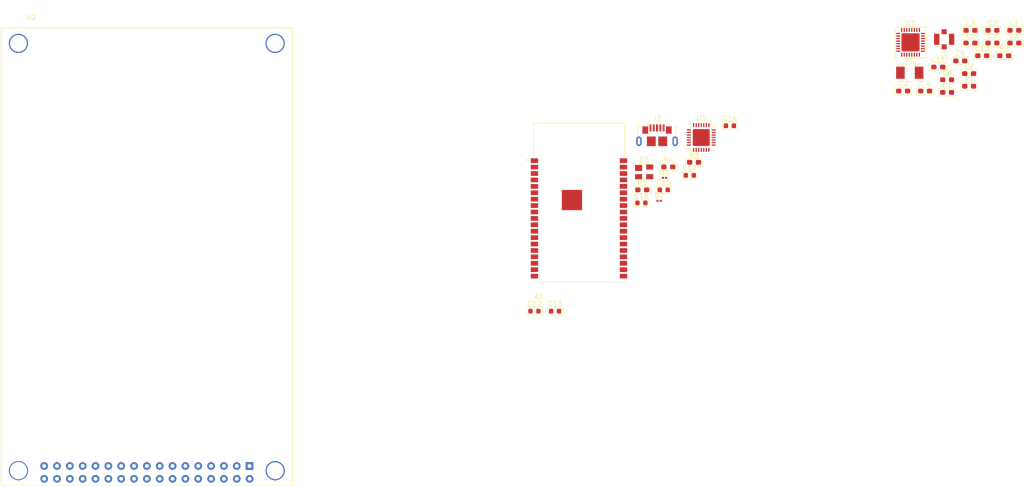
<source format=kicad_pcb>
(kicad_pcb (version 20171130) (host pcbnew 5.1.5+dfsg1-2build2)

  (general
    (thickness 1.6)
    (drawings 0)
    (tracks 0)
    (zones 0)
    (modules 35)
    (nets 25)
  )

  (page A4)
  (layers
    (0 F.Cu signal)
    (31 B.Cu signal)
    (32 B.Adhes user)
    (33 F.Adhes user)
    (34 B.Paste user)
    (35 F.Paste user)
    (36 B.SilkS user)
    (37 F.SilkS user)
    (38 B.Mask user)
    (39 F.Mask user)
    (40 Dwgs.User user)
    (41 Cmts.User user)
    (42 Eco1.User user)
    (43 Eco2.User user)
    (44 Edge.Cuts user)
    (45 Margin user)
    (46 B.CrtYd user)
    (47 F.CrtYd user)
    (48 B.Fab user)
    (49 F.Fab user)
  )

  (setup
    (last_trace_width 0.25)
    (trace_clearance 0.2)
    (zone_clearance 0.508)
    (zone_45_only no)
    (trace_min 0.2)
    (via_size 0.8)
    (via_drill 0.4)
    (via_min_size 0.4)
    (via_min_drill 0.3)
    (uvia_size 0.3)
    (uvia_drill 0.1)
    (uvias_allowed no)
    (uvia_min_size 0.2)
    (uvia_min_drill 0.1)
    (edge_width 0.05)
    (segment_width 0.2)
    (pcb_text_width 0.3)
    (pcb_text_size 1.5 1.5)
    (mod_edge_width 0.12)
    (mod_text_size 1 1)
    (mod_text_width 0.15)
    (pad_size 1.524 1.524)
    (pad_drill 0.762)
    (pad_to_mask_clearance 0.051)
    (solder_mask_min_width 0.25)
    (aux_axis_origin 0 0)
    (visible_elements FFFFFF7F)
    (pcbplotparams
      (layerselection 0x010fc_ffffffff)
      (usegerberextensions false)
      (usegerberattributes false)
      (usegerberadvancedattributes false)
      (creategerberjobfile false)
      (excludeedgelayer true)
      (linewidth 0.100000)
      (plotframeref false)
      (viasonmask false)
      (mode 1)
      (useauxorigin false)
      (hpglpennumber 1)
      (hpglpenspeed 20)
      (hpglpendiameter 15.000000)
      (psnegative false)
      (psa4output false)
      (plotreference true)
      (plotvalue true)
      (plotinvisibletext false)
      (padsonsilk false)
      (subtractmaskfromsilk false)
      (outputformat 1)
      (mirror false)
      (drillshape 1)
      (scaleselection 1)
      (outputdirectory ""))
  )

  (net 0 "")
  (net 1 GND)
  (net 2 "Net-(C2-Pad1)")
  (net 3 "Net-(C3-Pad1)")
  (net 4 "Net-(C4-Pad1)")
  (net 5 "Net-(C7-Pad2)")
  (net 6 "Net-(C8-Pad2)")
  (net 7 "Net-(C9-Pad1)")
  (net 8 "Net-(C9-Pad2)")
  (net 9 "Net-(C10-Pad2)")
  (net 10 "Net-(R1-Pad1)")
  (net 11 GNDREF)
  (net 12 /ESP32/VDD_ESP32)
  (net 13 "Net-(A1-Pad34)")
  (net 14 "Net-(A1-Pad35)")
  (net 15 /NRF905/VDD_NRF)
  (net 16 +3V3)
  (net 17 "Net-(D1-Pad2)")
  (net 18 "Net-(D1-Pad1)")
  (net 19 "Net-(D2-Pad1)")
  (net 20 "Net-(D2-Pad2)")
  (net 21 "Net-(D3-Pad2)")
  (net 22 "Net-(D3-Pad3)")
  (net 23 "Net-(D3-Pad4)")
  (net 24 "Net-(R5-Pad2)")

  (net_class Default "Это класс цепей по умолчанию."
    (clearance 0.2)
    (trace_width 0.25)
    (via_dia 0.8)
    (via_drill 0.4)
    (uvia_dia 0.3)
    (uvia_drill 0.1)
    (add_net +3V3)
    (add_net /ESP32/VDD_ESP32)
    (add_net /NRF905/VDD_NRF)
    (add_net GND)
    (add_net GNDREF)
    (add_net "Net-(A1-Pad34)")
    (add_net "Net-(A1-Pad35)")
    (add_net "Net-(C10-Pad2)")
    (add_net "Net-(C2-Pad1)")
    (add_net "Net-(C3-Pad1)")
    (add_net "Net-(C4-Pad1)")
    (add_net "Net-(C7-Pad2)")
    (add_net "Net-(C8-Pad2)")
    (add_net "Net-(C9-Pad1)")
    (add_net "Net-(C9-Pad2)")
    (add_net "Net-(D1-Pad1)")
    (add_net "Net-(D1-Pad2)")
    (add_net "Net-(D2-Pad1)")
    (add_net "Net-(D2-Pad2)")
    (add_net "Net-(D3-Pad2)")
    (add_net "Net-(D3-Pad3)")
    (add_net "Net-(D3-Pad4)")
    (add_net "Net-(R1-Pad1)")
    (add_net "Net-(R5-Pad2)")
  )

  (module Capacitor_SMD:C_0603_1608Metric_Pad1.05x0.95mm_HandSolder (layer F.Cu) (tedit 5F6616B0) (tstamp 5F666CF9)
    (at 253.585001 34.045001)
    (descr "Capacitor SMD 0603 (1608 Metric), square (rectangular) end terminal, IPC_7351 nominal with elongated pad for handsoldering. (Body size source: http://www.tortai-tech.com/upload/download/2011102023233369053.pdf), generated with kicad-footprint-generator")
    (tags "capacitor handsolder")
    (path /5F6650A9/5EBD35D6)
    (attr smd)
    (fp_text reference C1 (at 0 -1.43) (layer F.SilkS)
      (effects (font (size 1 1) (thickness 0.15)))
    )
    (fp_text value "4.7 n" (at 0 1.43) (layer F.Fab)
      (effects (font (size 1 1) (thickness 0.15)))
    )
    (fp_text user %R (at 0 0) (layer F.Fab)
      (effects (font (size 0.4 0.4) (thickness 0.06)))
    )
    (fp_line (start 1.65 0.73) (end -1.65 0.73) (layer F.SilkS) (width 0.12))
    (fp_line (start 1.65 -0.73) (end 1.65 0.73) (layer F.SilkS) (width 0.12))
    (fp_line (start -1.65 -0.73) (end 1.65 -0.73) (layer F.SilkS) (width 0.12))
    (fp_line (start -1.65 0.73) (end -1.65 -0.73) (layer F.SilkS) (width 0.12))
    (fp_line (start 0.8 0.4) (end -0.8 0.4) (layer F.Fab) (width 0.1))
    (fp_line (start 0.8 -0.4) (end 0.8 0.4) (layer F.Fab) (width 0.1))
    (fp_line (start -0.8 -0.4) (end 0.8 -0.4) (layer F.Fab) (width 0.1))
    (fp_line (start -0.8 0.4) (end -0.8 -0.4) (layer F.Fab) (width 0.1))
    (pad 2 smd roundrect (at 0.875 0) (size 1.05 0.95) (layers F.Cu F.Paste F.Mask) (roundrect_rratio 0.25)
      (net 15 /NRF905/VDD_NRF))
    (pad 1 smd roundrect (at -0.875 0) (size 1.05 0.95) (layers F.Cu F.Paste F.Mask) (roundrect_rratio 0.25)
      (net 1 GND))
    (model ${KISYS3DMOD}/Capacitor_SMD.3dshapes/C_0603_1608Metric.wrl
      (at (xyz 0 0 0))
      (scale (xyz 1 1 1))
      (rotate (xyz 0 0 0))
    )
  )

  (module Capacitor_SMD:C_0603_1608Metric_Pad1.05x0.95mm_HandSolder (layer F.Cu) (tedit 5F6616B0) (tstamp 5F666D0A)
    (at 244.885001 33.775001)
    (descr "Capacitor SMD 0603 (1608 Metric), square (rectangular) end terminal, IPC_7351 nominal with elongated pad for handsoldering. (Body size source: http://www.tortai-tech.com/upload/download/2011102023233369053.pdf), generated with kicad-footprint-generator")
    (tags "capacitor handsolder")
    (path /5F6650A9/5EB90A98)
    (attr smd)
    (fp_text reference C2 (at 0 -1.43) (layer F.SilkS)
      (effects (font (size 1 1) (thickness 0.15)))
    )
    (fp_text value "22 p" (at 0 1.43) (layer F.Fab)
      (effects (font (size 1 1) (thickness 0.15)))
    )
    (fp_text user %R (at 0 0) (layer F.Fab)
      (effects (font (size 0.4 0.4) (thickness 0.06)))
    )
    (fp_line (start 1.65 0.73) (end -1.65 0.73) (layer F.SilkS) (width 0.12))
    (fp_line (start 1.65 -0.73) (end 1.65 0.73) (layer F.SilkS) (width 0.12))
    (fp_line (start -1.65 -0.73) (end 1.65 -0.73) (layer F.SilkS) (width 0.12))
    (fp_line (start -1.65 0.73) (end -1.65 -0.73) (layer F.SilkS) (width 0.12))
    (fp_line (start 0.8 0.4) (end -0.8 0.4) (layer F.Fab) (width 0.1))
    (fp_line (start 0.8 -0.4) (end 0.8 0.4) (layer F.Fab) (width 0.1))
    (fp_line (start -0.8 -0.4) (end 0.8 -0.4) (layer F.Fab) (width 0.1))
    (fp_line (start -0.8 0.4) (end -0.8 -0.4) (layer F.Fab) (width 0.1))
    (pad 2 smd roundrect (at 0.875 0) (size 1.05 0.95) (layers F.Cu F.Paste F.Mask) (roundrect_rratio 0.25)
      (net 1 GND))
    (pad 1 smd roundrect (at -0.875 0) (size 1.05 0.95) (layers F.Cu F.Paste F.Mask) (roundrect_rratio 0.25)
      (net 2 "Net-(C2-Pad1)"))
    (model ${KISYS3DMOD}/Capacitor_SMD.3dshapes/C_0603_1608Metric.wrl
      (at (xyz 0 0 0))
      (scale (xyz 1 1 1))
      (rotate (xyz 0 0 0))
    )
  )

  (module Capacitor_SMD:C_0603_1608Metric_Pad1.05x0.95mm_HandSolder (layer F.Cu) (tedit 5F6616B0) (tstamp 5F666D1B)
    (at 258.195001 21.755001)
    (descr "Capacitor SMD 0603 (1608 Metric), square (rectangular) end terminal, IPC_7351 nominal with elongated pad for handsoldering. (Body size source: http://www.tortai-tech.com/upload/download/2011102023233369053.pdf), generated with kicad-footprint-generator")
    (tags "capacitor handsolder")
    (path /5F6650A9/5EB917BB)
    (attr smd)
    (fp_text reference C3 (at 0 -1.43) (layer F.SilkS)
      (effects (font (size 1 1) (thickness 0.15)))
    )
    (fp_text value "22 p" (at 0 1.43) (layer F.Fab)
      (effects (font (size 1 1) (thickness 0.15)))
    )
    (fp_text user %R (at 0 0) (layer F.Fab)
      (effects (font (size 0.4 0.4) (thickness 0.06)))
    )
    (fp_line (start 1.65 0.73) (end -1.65 0.73) (layer F.SilkS) (width 0.12))
    (fp_line (start 1.65 -0.73) (end 1.65 0.73) (layer F.SilkS) (width 0.12))
    (fp_line (start -1.65 -0.73) (end 1.65 -0.73) (layer F.SilkS) (width 0.12))
    (fp_line (start -1.65 0.73) (end -1.65 -0.73) (layer F.SilkS) (width 0.12))
    (fp_line (start 0.8 0.4) (end -0.8 0.4) (layer F.Fab) (width 0.1))
    (fp_line (start 0.8 -0.4) (end 0.8 0.4) (layer F.Fab) (width 0.1))
    (fp_line (start -0.8 -0.4) (end 0.8 -0.4) (layer F.Fab) (width 0.1))
    (fp_line (start -0.8 0.4) (end -0.8 -0.4) (layer F.Fab) (width 0.1))
    (pad 2 smd roundrect (at 0.875 0) (size 1.05 0.95) (layers F.Cu F.Paste F.Mask) (roundrect_rratio 0.25)
      (net 1 GND))
    (pad 1 smd roundrect (at -0.875 0) (size 1.05 0.95) (layers F.Cu F.Paste F.Mask) (roundrect_rratio 0.25)
      (net 3 "Net-(C3-Pad1)"))
    (model ${KISYS3DMOD}/Capacitor_SMD.3dshapes/C_0603_1608Metric.wrl
      (at (xyz 0 0 0))
      (scale (xyz 1 1 1))
      (rotate (xyz 0 0 0))
    )
  )

  (module Capacitor_SMD:C_0603_1608Metric_Pad1.05x0.95mm_HandSolder (layer F.Cu) (tedit 5F6616B0) (tstamp 5F666D2C)
    (at 249.235001 33.775001)
    (descr "Capacitor SMD 0603 (1608 Metric), square (rectangular) end terminal, IPC_7351 nominal with elongated pad for handsoldering. (Body size source: http://www.tortai-tech.com/upload/download/2011102023233369053.pdf), generated with kicad-footprint-generator")
    (tags "capacitor handsolder")
    (path /5F6650A9/5EBD35B2)
    (attr smd)
    (fp_text reference C4 (at 0 -1.43) (layer F.SilkS)
      (effects (font (size 1 1) (thickness 0.15)))
    )
    (fp_text value "10 n" (at 0 1.43) (layer F.Fab)
      (effects (font (size 1 1) (thickness 0.15)))
    )
    (fp_text user %R (at 0 0) (layer F.Fab)
      (effects (font (size 0.4 0.4) (thickness 0.06)))
    )
    (fp_line (start 1.65 0.73) (end -1.65 0.73) (layer F.SilkS) (width 0.12))
    (fp_line (start 1.65 -0.73) (end 1.65 0.73) (layer F.SilkS) (width 0.12))
    (fp_line (start -1.65 -0.73) (end 1.65 -0.73) (layer F.SilkS) (width 0.12))
    (fp_line (start -1.65 0.73) (end -1.65 -0.73) (layer F.SilkS) (width 0.12))
    (fp_line (start 0.8 0.4) (end -0.8 0.4) (layer F.Fab) (width 0.1))
    (fp_line (start 0.8 -0.4) (end 0.8 0.4) (layer F.Fab) (width 0.1))
    (fp_line (start -0.8 -0.4) (end 0.8 -0.4) (layer F.Fab) (width 0.1))
    (fp_line (start -0.8 0.4) (end -0.8 -0.4) (layer F.Fab) (width 0.1))
    (pad 2 smd roundrect (at 0.875 0) (size 1.05 0.95) (layers F.Cu F.Paste F.Mask) (roundrect_rratio 0.25)
      (net 1 GND))
    (pad 1 smd roundrect (at -0.875 0) (size 1.05 0.95) (layers F.Cu F.Paste F.Mask) (roundrect_rratio 0.25)
      (net 4 "Net-(C4-Pad1)"))
    (model ${KISYS3DMOD}/Capacitor_SMD.3dshapes/C_0603_1608Metric.wrl
      (at (xyz 0 0 0))
      (scale (xyz 1 1 1))
      (rotate (xyz 0 0 0))
    )
  )

  (module Capacitor_SMD:C_0603_1608Metric_Pad1.05x0.95mm_HandSolder (layer F.Cu) (tedit 5F6616B0) (tstamp 5F666D3D)
    (at 258.195001 24.265001)
    (descr "Capacitor SMD 0603 (1608 Metric), square (rectangular) end terminal, IPC_7351 nominal with elongated pad for handsoldering. (Body size source: http://www.tortai-tech.com/upload/download/2011102023233369053.pdf), generated with kicad-footprint-generator")
    (tags "capacitor handsolder")
    (path /5F6650A9/5EBD35D0)
    (attr smd)
    (fp_text reference C5 (at 0 -1.43) (layer F.SilkS)
      (effects (font (size 1 1) (thickness 0.15)))
    )
    (fp_text value "33 p" (at 0 1.43) (layer F.Fab)
      (effects (font (size 1 1) (thickness 0.15)))
    )
    (fp_text user %R (at 0 0) (layer F.Fab)
      (effects (font (size 0.4 0.4) (thickness 0.06)))
    )
    (fp_line (start 1.65 0.73) (end -1.65 0.73) (layer F.SilkS) (width 0.12))
    (fp_line (start 1.65 -0.73) (end 1.65 0.73) (layer F.SilkS) (width 0.12))
    (fp_line (start -1.65 -0.73) (end 1.65 -0.73) (layer F.SilkS) (width 0.12))
    (fp_line (start -1.65 0.73) (end -1.65 -0.73) (layer F.SilkS) (width 0.12))
    (fp_line (start 0.8 0.4) (end -0.8 0.4) (layer F.Fab) (width 0.1))
    (fp_line (start 0.8 -0.4) (end 0.8 0.4) (layer F.Fab) (width 0.1))
    (fp_line (start -0.8 -0.4) (end 0.8 -0.4) (layer F.Fab) (width 0.1))
    (fp_line (start -0.8 0.4) (end -0.8 -0.4) (layer F.Fab) (width 0.1))
    (pad 2 smd roundrect (at 0.875 0) (size 1.05 0.95) (layers F.Cu F.Paste F.Mask) (roundrect_rratio 0.25)
      (net 15 /NRF905/VDD_NRF))
    (pad 1 smd roundrect (at -0.875 0) (size 1.05 0.95) (layers F.Cu F.Paste F.Mask) (roundrect_rratio 0.25)
      (net 1 GND))
    (model ${KISYS3DMOD}/Capacitor_SMD.3dshapes/C_0603_1608Metric.wrl
      (at (xyz 0 0 0))
      (scale (xyz 1 1 1))
      (rotate (xyz 0 0 0))
    )
  )

  (module Capacitor_SMD:C_0603_1608Metric_Pad1.05x0.95mm_HandSolder (layer F.Cu) (tedit 5F6616B0) (tstamp 5F666D4E)
    (at 256.185001 27.805001)
    (descr "Capacitor SMD 0603 (1608 Metric), square (rectangular) end terminal, IPC_7351 nominal with elongated pad for handsoldering. (Body size source: http://www.tortai-tech.com/upload/download/2011102023233369053.pdf), generated with kicad-footprint-generator")
    (tags "capacitor handsolder")
    (path /5F6650A9/5EBD35C5)
    (attr smd)
    (fp_text reference C6 (at 0 -1.43) (layer F.SilkS)
      (effects (font (size 1 1) (thickness 0.15)))
    )
    (fp_text value "33 p" (at 0 1.43) (layer F.Fab)
      (effects (font (size 1 1) (thickness 0.15)))
    )
    (fp_text user %R (at 0 0) (layer F.Fab)
      (effects (font (size 0.4 0.4) (thickness 0.06)))
    )
    (fp_line (start 1.65 0.73) (end -1.65 0.73) (layer F.SilkS) (width 0.12))
    (fp_line (start 1.65 -0.73) (end 1.65 0.73) (layer F.SilkS) (width 0.12))
    (fp_line (start -1.65 -0.73) (end 1.65 -0.73) (layer F.SilkS) (width 0.12))
    (fp_line (start -1.65 0.73) (end -1.65 -0.73) (layer F.SilkS) (width 0.12))
    (fp_line (start 0.8 0.4) (end -0.8 0.4) (layer F.Fab) (width 0.1))
    (fp_line (start 0.8 -0.4) (end 0.8 0.4) (layer F.Fab) (width 0.1))
    (fp_line (start -0.8 -0.4) (end 0.8 -0.4) (layer F.Fab) (width 0.1))
    (fp_line (start -0.8 0.4) (end -0.8 -0.4) (layer F.Fab) (width 0.1))
    (pad 2 smd roundrect (at 0.875 0) (size 1.05 0.95) (layers F.Cu F.Paste F.Mask) (roundrect_rratio 0.25)
      (net 15 /NRF905/VDD_NRF))
    (pad 1 smd roundrect (at -0.875 0) (size 1.05 0.95) (layers F.Cu F.Paste F.Mask) (roundrect_rratio 0.25)
      (net 1 GND))
    (model ${KISYS3DMOD}/Capacitor_SMD.3dshapes/C_0603_1608Metric.wrl
      (at (xyz 0 0 0))
      (scale (xyz 1 1 1))
      (rotate (xyz 0 0 0))
    )
  )

  (module Capacitor_SMD:C_0603_1608Metric_Pad1.05x0.95mm_HandSolder (layer F.Cu) (tedit 5F6616B0) (tstamp 5F666D5F)
    (at 262.545001 21.755001)
    (descr "Capacitor SMD 0603 (1608 Metric), square (rectangular) end terminal, IPC_7351 nominal with elongated pad for handsoldering. (Body size source: http://www.tortai-tech.com/upload/download/2011102023233369053.pdf), generated with kicad-footprint-generator")
    (tags "capacitor handsolder")
    (path /5F6650A9/5EBD3633)
    (attr smd)
    (fp_text reference C7 (at 0 -1.43) (layer F.SilkS)
      (effects (font (size 1 1) (thickness 0.15)))
    )
    (fp_text value "18 p" (at 0 1.43) (layer F.Fab)
      (effects (font (size 1 1) (thickness 0.15)))
    )
    (fp_text user %R (at 0 0) (layer F.Fab)
      (effects (font (size 0.4 0.4) (thickness 0.06)))
    )
    (fp_line (start 1.65 0.73) (end -1.65 0.73) (layer F.SilkS) (width 0.12))
    (fp_line (start 1.65 -0.73) (end 1.65 0.73) (layer F.SilkS) (width 0.12))
    (fp_line (start -1.65 -0.73) (end 1.65 -0.73) (layer F.SilkS) (width 0.12))
    (fp_line (start -1.65 0.73) (end -1.65 -0.73) (layer F.SilkS) (width 0.12))
    (fp_line (start 0.8 0.4) (end -0.8 0.4) (layer F.Fab) (width 0.1))
    (fp_line (start 0.8 -0.4) (end 0.8 0.4) (layer F.Fab) (width 0.1))
    (fp_line (start -0.8 -0.4) (end 0.8 -0.4) (layer F.Fab) (width 0.1))
    (fp_line (start -0.8 0.4) (end -0.8 -0.4) (layer F.Fab) (width 0.1))
    (pad 2 smd roundrect (at 0.875 0) (size 1.05 0.95) (layers F.Cu F.Paste F.Mask) (roundrect_rratio 0.25)
      (net 5 "Net-(C7-Pad2)"))
    (pad 1 smd roundrect (at -0.875 0) (size 1.05 0.95) (layers F.Cu F.Paste F.Mask) (roundrect_rratio 0.25)
      (net 1 GND))
    (model ${KISYS3DMOD}/Capacitor_SMD.3dshapes/C_0603_1608Metric.wrl
      (at (xyz 0 0 0))
      (scale (xyz 1 1 1))
      (rotate (xyz 0 0 0))
    )
  )

  (module Capacitor_SMD:C_0603_1608Metric_Pad1.05x0.95mm_HandSolder (layer F.Cu) (tedit 5F6616B0) (tstamp 5F666D70)
    (at 253.585001 31.535001)
    (descr "Capacitor SMD 0603 (1608 Metric), square (rectangular) end terminal, IPC_7351 nominal with elongated pad for handsoldering. (Body size source: http://www.tortai-tech.com/upload/download/2011102023233369053.pdf), generated with kicad-footprint-generator")
    (tags "capacitor handsolder")
    (path /5F6650A9/5EBD362D)
    (attr smd)
    (fp_text reference C8 (at 0 -1.43) (layer F.SilkS)
      (effects (font (size 1 1) (thickness 0.15)))
    )
    (fp_text value "18 p" (at 0 1.43) (layer F.Fab)
      (effects (font (size 1 1) (thickness 0.15)))
    )
    (fp_text user %R (at 0 0) (layer F.Fab)
      (effects (font (size 0.4 0.4) (thickness 0.06)))
    )
    (fp_line (start 1.65 0.73) (end -1.65 0.73) (layer F.SilkS) (width 0.12))
    (fp_line (start 1.65 -0.73) (end 1.65 0.73) (layer F.SilkS) (width 0.12))
    (fp_line (start -1.65 -0.73) (end 1.65 -0.73) (layer F.SilkS) (width 0.12))
    (fp_line (start -1.65 0.73) (end -1.65 -0.73) (layer F.SilkS) (width 0.12))
    (fp_line (start 0.8 0.4) (end -0.8 0.4) (layer F.Fab) (width 0.1))
    (fp_line (start 0.8 -0.4) (end 0.8 0.4) (layer F.Fab) (width 0.1))
    (fp_line (start -0.8 -0.4) (end 0.8 -0.4) (layer F.Fab) (width 0.1))
    (fp_line (start -0.8 0.4) (end -0.8 -0.4) (layer F.Fab) (width 0.1))
    (pad 2 smd roundrect (at 0.875 0) (size 1.05 0.95) (layers F.Cu F.Paste F.Mask) (roundrect_rratio 0.25)
      (net 6 "Net-(C8-Pad2)"))
    (pad 1 smd roundrect (at -0.875 0) (size 1.05 0.95) (layers F.Cu F.Paste F.Mask) (roundrect_rratio 0.25)
      (net 1 GND))
    (model ${KISYS3DMOD}/Capacitor_SMD.3dshapes/C_0603_1608Metric.wrl
      (at (xyz 0 0 0))
      (scale (xyz 1 1 1))
      (rotate (xyz 0 0 0))
    )
  )

  (module Capacitor_SMD:C_0603_1608Metric_Pad1.05x0.95mm_HandSolder (layer F.Cu) (tedit 5F6616B0) (tstamp 5F666D81)
    (at 262.545001 24.265001)
    (descr "Capacitor SMD 0603 (1608 Metric), square (rectangular) end terminal, IPC_7351 nominal with elongated pad for handsoldering. (Body size source: http://www.tortai-tech.com/upload/download/2011102023233369053.pdf), generated with kicad-footprint-generator")
    (tags "capacitor handsolder")
    (path /5F6650A9/5EBD361C)
    (attr smd)
    (fp_text reference C9 (at 0 -1.43) (layer F.SilkS)
      (effects (font (size 1 1) (thickness 0.15)))
    )
    (fp_text value "6.8 p" (at 0 1.43) (layer F.Fab)
      (effects (font (size 1 1) (thickness 0.15)))
    )
    (fp_text user %R (at 0 0) (layer F.Fab)
      (effects (font (size 0.4 0.4) (thickness 0.06)))
    )
    (fp_line (start 1.65 0.73) (end -1.65 0.73) (layer F.SilkS) (width 0.12))
    (fp_line (start 1.65 -0.73) (end 1.65 0.73) (layer F.SilkS) (width 0.12))
    (fp_line (start -1.65 -0.73) (end 1.65 -0.73) (layer F.SilkS) (width 0.12))
    (fp_line (start -1.65 0.73) (end -1.65 -0.73) (layer F.SilkS) (width 0.12))
    (fp_line (start 0.8 0.4) (end -0.8 0.4) (layer F.Fab) (width 0.1))
    (fp_line (start 0.8 -0.4) (end 0.8 0.4) (layer F.Fab) (width 0.1))
    (fp_line (start -0.8 -0.4) (end 0.8 -0.4) (layer F.Fab) (width 0.1))
    (fp_line (start -0.8 0.4) (end -0.8 -0.4) (layer F.Fab) (width 0.1))
    (pad 2 smd roundrect (at 0.875 0) (size 1.05 0.95) (layers F.Cu F.Paste F.Mask) (roundrect_rratio 0.25)
      (net 8 "Net-(C9-Pad2)"))
    (pad 1 smd roundrect (at -0.875 0) (size 1.05 0.95) (layers F.Cu F.Paste F.Mask) (roundrect_rratio 0.25)
      (net 7 "Net-(C9-Pad1)"))
    (model ${KISYS3DMOD}/Capacitor_SMD.3dshapes/C_0603_1608Metric.wrl
      (at (xyz 0 0 0))
      (scale (xyz 1 1 1))
      (rotate (xyz 0 0 0))
    )
  )

  (module Capacitor_SMD:C_0603_1608Metric_Pad1.05x0.95mm_HandSolder (layer F.Cu) (tedit 5F6616B0) (tstamp 5F666D92)
    (at 260.535001 26.775001)
    (descr "Capacitor SMD 0603 (1608 Metric), square (rectangular) end terminal, IPC_7351 nominal with elongated pad for handsoldering. (Body size source: http://www.tortai-tech.com/upload/download/2011102023233369053.pdf), generated with kicad-footprint-generator")
    (tags "capacitor handsolder")
    (path /5F6650A9/5EBD3622)
    (attr smd)
    (fp_text reference C10 (at 0 -1.43) (layer F.SilkS)
      (effects (font (size 1 1) (thickness 0.15)))
    )
    (fp_text value "180 p" (at 0 1.43) (layer F.Fab)
      (effects (font (size 1 1) (thickness 0.15)))
    )
    (fp_text user %R (at 0 0) (layer F.Fab)
      (effects (font (size 0.4 0.4) (thickness 0.06)))
    )
    (fp_line (start 1.65 0.73) (end -1.65 0.73) (layer F.SilkS) (width 0.12))
    (fp_line (start 1.65 -0.73) (end 1.65 0.73) (layer F.SilkS) (width 0.12))
    (fp_line (start -1.65 -0.73) (end 1.65 -0.73) (layer F.SilkS) (width 0.12))
    (fp_line (start -1.65 0.73) (end -1.65 -0.73) (layer F.SilkS) (width 0.12))
    (fp_line (start 0.8 0.4) (end -0.8 0.4) (layer F.Fab) (width 0.1))
    (fp_line (start 0.8 -0.4) (end 0.8 0.4) (layer F.Fab) (width 0.1))
    (fp_line (start -0.8 -0.4) (end 0.8 -0.4) (layer F.Fab) (width 0.1))
    (fp_line (start -0.8 0.4) (end -0.8 -0.4) (layer F.Fab) (width 0.1))
    (pad 2 smd roundrect (at 0.875 0) (size 1.05 0.95) (layers F.Cu F.Paste F.Mask) (roundrect_rratio 0.25)
      (net 9 "Net-(C10-Pad2)"))
    (pad 1 smd roundrect (at -0.875 0) (size 1.05 0.95) (layers F.Cu F.Paste F.Mask) (roundrect_rratio 0.25)
      (net 1 GND))
    (model ${KISYS3DMOD}/Capacitor_SMD.3dshapes/C_0603_1608Metric.wrl
      (at (xyz 0 0 0))
      (scale (xyz 1 1 1))
      (rotate (xyz 0 0 0))
    )
  )

  (module Capacitor_SMD:C_0603_1608Metric_Pad1.05x0.95mm_HandSolder (layer F.Cu) (tedit 5F6616B0) (tstamp 5F666DA3)
    (at 251.835001 29.025001)
    (descr "Capacitor SMD 0603 (1608 Metric), square (rectangular) end terminal, IPC_7351 nominal with elongated pad for handsoldering. (Body size source: http://www.tortai-tech.com/upload/download/2011102023233369053.pdf), generated with kicad-footprint-generator")
    (tags "capacitor handsolder")
    (path /5F6650A9/5EBD3611)
    (attr smd)
    (fp_text reference C11 (at 0 -1.43) (layer F.SilkS)
      (effects (font (size 1 1) (thickness 0.15)))
    )
    (fp_text value "3.3 n" (at 0 1.43) (layer F.Fab)
      (effects (font (size 1 1) (thickness 0.15)))
    )
    (fp_text user %R (at 0 0) (layer F.Fab)
      (effects (font (size 0.4 0.4) (thickness 0.06)))
    )
    (fp_line (start 1.65 0.73) (end -1.65 0.73) (layer F.SilkS) (width 0.12))
    (fp_line (start 1.65 -0.73) (end 1.65 0.73) (layer F.SilkS) (width 0.12))
    (fp_line (start -1.65 -0.73) (end 1.65 -0.73) (layer F.SilkS) (width 0.12))
    (fp_line (start -1.65 0.73) (end -1.65 -0.73) (layer F.SilkS) (width 0.12))
    (fp_line (start 0.8 0.4) (end -0.8 0.4) (layer F.Fab) (width 0.1))
    (fp_line (start 0.8 -0.4) (end 0.8 0.4) (layer F.Fab) (width 0.1))
    (fp_line (start -0.8 -0.4) (end 0.8 -0.4) (layer F.Fab) (width 0.1))
    (fp_line (start -0.8 0.4) (end -0.8 -0.4) (layer F.Fab) (width 0.1))
    (pad 2 smd roundrect (at 0.875 0) (size 1.05 0.95) (layers F.Cu F.Paste F.Mask) (roundrect_rratio 0.25)
      (net 1 GND))
    (pad 1 smd roundrect (at -0.875 0) (size 1.05 0.95) (layers F.Cu F.Paste F.Mask) (roundrect_rratio 0.25)
      (net 9 "Net-(C10-Pad2)"))
    (model ${KISYS3DMOD}/Capacitor_SMD.3dshapes/C_0603_1608Metric.wrl
      (at (xyz 0 0 0))
      (scale (xyz 1 1 1))
      (rotate (xyz 0 0 0))
    )
  )

  (module Connector_Coaxial:U.FL_Molex_MCRF_73412-0110_Vertical (layer F.Cu) (tedit 5A1B5B59) (tstamp 5F666DC5)
    (at 252.995001 23.525001)
    (descr "Molex Microcoaxial RF Connectors (MCRF), mates Hirose U.FL, (http://www.molex.com/pdm_docs/sd/734120110_sd.pdf)")
    (tags "mcrf hirose ufl u.fl microcoaxial")
    (path /5F6650A9/5EBD363F)
    (attr smd)
    (fp_text reference J1 (at 0 3.5) (layer F.SilkS)
      (effects (font (size 1 1) (thickness 0.15)))
    )
    (fp_text value Conn_Coaxial (at 0 -3.302) (layer F.Fab)
      (effects (font (size 1 1) (thickness 0.15)))
    )
    (fp_circle (center 0 0) (end 0 0.2) (layer F.Fab) (width 0.1))
    (fp_line (start -1 1.3) (end 1.3 1.3) (layer F.Fab) (width 0.1))
    (fp_line (start 2.5 -2.5) (end -2.5 -2.5) (layer F.CrtYd) (width 0.05))
    (fp_line (start 2.5 2.5) (end 2.5 -2.5) (layer F.CrtYd) (width 0.05))
    (fp_line (start -2.5 2.5) (end 2.5 2.5) (layer F.CrtYd) (width 0.05))
    (fp_line (start -2.5 -2.5) (end -2.5 2.5) (layer F.CrtYd) (width 0.05))
    (fp_line (start 1.3 -1.3) (end 1.3 1.3) (layer F.Fab) (width 0.1))
    (fp_line (start -1.3 1) (end -1 1.3) (layer F.Fab) (width 0.1))
    (fp_line (start -1.3 -1.3) (end -1.3 1) (layer F.Fab) (width 0.1))
    (fp_line (start -1.3 -1.3) (end 1.3 -1.3) (layer F.Fab) (width 0.1))
    (fp_circle (center 0 0) (end 0.9 0) (layer F.Fab) (width 0.1))
    (fp_line (start -1.5 -1.5) (end -0.7 -1.5) (layer F.SilkS) (width 0.12))
    (fp_line (start -1.5 -1.3) (end -1.5 -1.5) (layer F.SilkS) (width 0.12))
    (fp_line (start 1.5 -1.5) (end 1.5 -1.3) (layer F.SilkS) (width 0.12))
    (fp_line (start 0.7 -1.5) (end 1.5 -1.5) (layer F.SilkS) (width 0.12))
    (fp_line (start 1.5 1.5) (end 0.7 1.5) (layer F.SilkS) (width 0.12))
    (fp_line (start 1.5 1.3) (end 1.5 1.5) (layer F.SilkS) (width 0.12))
    (fp_line (start -1.3 1.5) (end -1.5 1.3) (layer F.SilkS) (width 0.12))
    (fp_line (start -0.7 1.5) (end -1.3 1.5) (layer F.SilkS) (width 0.12))
    (fp_circle (center 0 0) (end 0 0.125) (layer F.Fab) (width 0.1))
    (fp_circle (center 0 0) (end 0 0.05) (layer F.Fab) (width 0.1))
    (fp_text user %R (at 0 3.5) (layer F.Fab)
      (effects (font (size 1 1) (thickness 0.15)))
    )
    (fp_line (start -0.7 1.5) (end -0.7 2) (layer F.SilkS) (width 0.12))
    (fp_line (start 0.7 1.5) (end 0.7 2) (layer F.SilkS) (width 0.12))
    (fp_line (start -0.3 1.3) (end 0 1) (layer F.Fab) (width 0.1))
    (fp_line (start 0 1) (end 0.3 1.3) (layer F.Fab) (width 0.1))
    (pad 1 smd rect (at 0 1.5) (size 1 1) (layers F.Cu F.Paste F.Mask)
      (net 7 "Net-(C9-Pad1)"))
    (pad 2 smd rect (at 0 -1.5) (size 1 1) (layers F.Cu F.Paste F.Mask)
      (net 1 GND))
    (pad 2 smd rect (at 1.475 0) (size 1.05 2.2) (layers F.Cu F.Paste F.Mask)
      (net 1 GND))
    (pad 2 smd rect (at -1.475 0) (size 1.05 2.2) (layers F.Cu F.Paste F.Mask)
      (net 1 GND))
    (model ${KISYS3DMOD}/Connector_Coaxial.3dshapes/U.FL_Molex_MCRF_73412-0110_Vertical.wrl
      (at (xyz 0 0 0))
      (scale (xyz 1 1 1))
      (rotate (xyz 0 0 0))
    )
  )

  (module Inductor_SMD:L_0603_1608Metric_Pad1.05x0.95mm_HandSolder (layer F.Cu) (tedit 5F661753) (tstamp 5F666DD6)
    (at 266.895001 21.755001)
    (descr "Capacitor SMD 0603 (1608 Metric), square (rectangular) end terminal, IPC_7351 nominal with elongated pad for handsoldering. (Body size source: http://www.tortai-tech.com/upload/download/2011102023233369053.pdf), generated with kicad-footprint-generator")
    (tags "inductor handsolder")
    (path /5F6650A9/5EBD35FF)
    (attr smd)
    (fp_text reference L1 (at 0 -1.43) (layer F.SilkS)
      (effects (font (size 1 1) (thickness 0.15)))
    )
    (fp_text value "12 n" (at 0 1.43) (layer F.Fab)
      (effects (font (size 1 1) (thickness 0.15)))
    )
    (fp_text user %R (at 0 0) (layer F.Fab)
      (effects (font (size 0.4 0.4) (thickness 0.06)))
    )
    (fp_line (start 1.65 0.73) (end -1.65 0.73) (layer F.SilkS) (width 0.12))
    (fp_line (start 1.65 -0.73) (end 1.65 0.73) (layer F.SilkS) (width 0.12))
    (fp_line (start -1.65 -0.73) (end 1.65 -0.73) (layer F.SilkS) (width 0.12))
    (fp_line (start -1.65 0.73) (end -1.65 -0.73) (layer F.SilkS) (width 0.12))
    (fp_line (start 0.8 0.4) (end -0.8 0.4) (layer F.Fab) (width 0.1))
    (fp_line (start 0.8 -0.4) (end 0.8 0.4) (layer F.Fab) (width 0.1))
    (fp_line (start -0.8 -0.4) (end 0.8 -0.4) (layer F.Fab) (width 0.1))
    (fp_line (start -0.8 0.4) (end -0.8 -0.4) (layer F.Fab) (width 0.1))
    (pad 2 smd roundrect (at 0.875 0) (size 1.05 0.95) (layers F.Cu F.Paste F.Mask) (roundrect_rratio 0.25)
      (net 6 "Net-(C8-Pad2)"))
    (pad 1 smd roundrect (at -0.875 0) (size 1.05 0.95) (layers F.Cu F.Paste F.Mask) (roundrect_rratio 0.25)
      (net 5 "Net-(C7-Pad2)"))
    (model ${KISYS3DMOD}/Inductor_SMD.3dshapes/L_0603_1608Metric.wrl
      (at (xyz 0 0 0))
      (scale (xyz 1 1 1))
      (rotate (xyz 0 0 0))
    )
  )

  (module Inductor_SMD:L_0603_1608Metric_Pad1.05x0.95mm_HandSolder (layer F.Cu) (tedit 5F661753) (tstamp 5F666DE7)
    (at 257.935001 30.315001)
    (descr "Capacitor SMD 0603 (1608 Metric), square (rectangular) end terminal, IPC_7351 nominal with elongated pad for handsoldering. (Body size source: http://www.tortai-tech.com/upload/download/2011102023233369053.pdf), generated with kicad-footprint-generator")
    (tags "inductor handsolder")
    (path /5F6650A9/5EBD35F3)
    (attr smd)
    (fp_text reference L2 (at 0 -1.43) (layer F.SilkS)
      (effects (font (size 1 1) (thickness 0.15)))
    )
    (fp_text value "39 n" (at 0 1.43) (layer F.Fab)
      (effects (font (size 1 1) (thickness 0.15)))
    )
    (fp_text user %R (at 0 0) (layer F.Fab)
      (effects (font (size 0.4 0.4) (thickness 0.06)))
    )
    (fp_line (start 1.65 0.73) (end -1.65 0.73) (layer F.SilkS) (width 0.12))
    (fp_line (start 1.65 -0.73) (end 1.65 0.73) (layer F.SilkS) (width 0.12))
    (fp_line (start -1.65 -0.73) (end 1.65 -0.73) (layer F.SilkS) (width 0.12))
    (fp_line (start -1.65 0.73) (end -1.65 -0.73) (layer F.SilkS) (width 0.12))
    (fp_line (start 0.8 0.4) (end -0.8 0.4) (layer F.Fab) (width 0.1))
    (fp_line (start 0.8 -0.4) (end 0.8 0.4) (layer F.Fab) (width 0.1))
    (fp_line (start -0.8 -0.4) (end 0.8 -0.4) (layer F.Fab) (width 0.1))
    (fp_line (start -0.8 0.4) (end -0.8 -0.4) (layer F.Fab) (width 0.1))
    (pad 2 smd roundrect (at 0.875 0) (size 1.05 0.95) (layers F.Cu F.Paste F.Mask) (roundrect_rratio 0.25)
      (net 8 "Net-(C9-Pad2)"))
    (pad 1 smd roundrect (at -0.875 0) (size 1.05 0.95) (layers F.Cu F.Paste F.Mask) (roundrect_rratio 0.25)
      (net 5 "Net-(C7-Pad2)"))
    (model ${KISYS3DMOD}/Inductor_SMD.3dshapes/L_0603_1608Metric.wrl
      (at (xyz 0 0 0))
      (scale (xyz 1 1 1))
      (rotate (xyz 0 0 0))
    )
  )

  (module Inductor_SMD:L_0603_1608Metric_Pad1.05x0.95mm_HandSolder (layer F.Cu) (tedit 5F661753) (tstamp 5F666DF8)
    (at 266.895001 24.265001)
    (descr "Capacitor SMD 0603 (1608 Metric), square (rectangular) end terminal, IPC_7351 nominal with elongated pad for handsoldering. (Body size source: http://www.tortai-tech.com/upload/download/2011102023233369053.pdf), generated with kicad-footprint-generator")
    (tags "inductor handsolder")
    (path /5F6650A9/5EBD35F9)
    (attr smd)
    (fp_text reference L3 (at 0 -1.43) (layer F.SilkS)
      (effects (font (size 1 1) (thickness 0.15)))
    )
    (fp_text value "39 n" (at 0 1.43) (layer F.Fab)
      (effects (font (size 1 1) (thickness 0.15)))
    )
    (fp_text user %R (at 0 0) (layer F.Fab)
      (effects (font (size 0.4 0.4) (thickness 0.06)))
    )
    (fp_line (start 1.65 0.73) (end -1.65 0.73) (layer F.SilkS) (width 0.12))
    (fp_line (start 1.65 -0.73) (end 1.65 0.73) (layer F.SilkS) (width 0.12))
    (fp_line (start -1.65 -0.73) (end 1.65 -0.73) (layer F.SilkS) (width 0.12))
    (fp_line (start -1.65 0.73) (end -1.65 -0.73) (layer F.SilkS) (width 0.12))
    (fp_line (start 0.8 0.4) (end -0.8 0.4) (layer F.Fab) (width 0.1))
    (fp_line (start 0.8 -0.4) (end 0.8 0.4) (layer F.Fab) (width 0.1))
    (fp_line (start -0.8 -0.4) (end 0.8 -0.4) (layer F.Fab) (width 0.1))
    (fp_line (start -0.8 0.4) (end -0.8 -0.4) (layer F.Fab) (width 0.1))
    (pad 2 smd roundrect (at 0.875 0) (size 1.05 0.95) (layers F.Cu F.Paste F.Mask) (roundrect_rratio 0.25)
      (net 6 "Net-(C8-Pad2)"))
    (pad 1 smd roundrect (at -0.875 0) (size 1.05 0.95) (layers F.Cu F.Paste F.Mask) (roundrect_rratio 0.25)
      (net 9 "Net-(C10-Pad2)"))
    (model ${KISYS3DMOD}/Inductor_SMD.3dshapes/L_0603_1608Metric.wrl
      (at (xyz 0 0 0))
      (scale (xyz 1 1 1))
      (rotate (xyz 0 0 0))
    )
  )

  (module Resistor_SMD:R_0603_1608Metric_Pad1.05x0.95mm_HandSolder (layer F.Cu) (tedit 5F6616F9) (tstamp 5F666E09)
    (at 257.935001 32.825001)
    (descr "Resistor SMD 0603 (1608 Metric), square (rectangular) end terminal, IPC_7351 nominal with elongated pad for handsoldering. (Body size source: http://www.tortai-tech.com/upload/download/2011102023233369053.pdf), generated with kicad-footprint-generator")
    (tags "resistor handsolder")
    (path /5F6650A9/5EBD35BB)
    (attr smd)
    (fp_text reference R1 (at 0 -1.43) (layer F.SilkS)
      (effects (font (size 1 1) (thickness 0.15)))
    )
    (fp_text value "22 k" (at 0 1.43) (layer F.Fab)
      (effects (font (size 1 1) (thickness 0.15)))
    )
    (fp_text user %R (at 0 0) (layer F.Fab)
      (effects (font (size 0.4 0.4) (thickness 0.06)))
    )
    (fp_line (start 1.65 0.73) (end -1.65 0.73) (layer F.SilkS) (width 0.12))
    (fp_line (start 1.65 -0.73) (end 1.65 0.73) (layer F.SilkS) (width 0.12))
    (fp_line (start -1.65 -0.73) (end 1.65 -0.73) (layer F.SilkS) (width 0.12))
    (fp_line (start -1.65 0.73) (end -1.65 -0.73) (layer F.SilkS) (width 0.12))
    (fp_line (start 0.8 0.4) (end -0.8 0.4) (layer F.Fab) (width 0.1))
    (fp_line (start 0.8 -0.4) (end 0.8 0.4) (layer F.Fab) (width 0.1))
    (fp_line (start -0.8 -0.4) (end 0.8 -0.4) (layer F.Fab) (width 0.1))
    (fp_line (start -0.8 0.4) (end -0.8 -0.4) (layer F.Fab) (width 0.1))
    (pad 2 smd roundrect (at 0.875 0) (size 1.05 0.95) (layers F.Cu F.Paste F.Mask) (roundrect_rratio 0.25)
      (net 1 GND))
    (pad 1 smd roundrect (at -0.875 0) (size 1.05 0.95) (layers F.Cu F.Paste F.Mask) (roundrect_rratio 0.25)
      (net 10 "Net-(R1-Pad1)"))
    (model ${KISYS3DMOD}/Resistor_SMD.3dshapes/R_0603_1608Metric.wrl
      (at (xyz 0 0 0))
      (scale (xyz 1 1 1))
      (rotate (xyz 0 0 0))
    )
  )

  (module Resistor_SMD:R_0603_1608Metric_Pad1.05x0.95mm_HandSolder (layer F.Cu) (tedit 5F6616F9) (tstamp 5F666E1A)
    (at 264.885001 26.775001)
    (descr "Resistor SMD 0603 (1608 Metric), square (rectangular) end terminal, IPC_7351 nominal with elongated pad for handsoldering. (Body size source: http://www.tortai-tech.com/upload/download/2011102023233369053.pdf), generated with kicad-footprint-generator")
    (tags "resistor handsolder")
    (path /5F6650A9/5EB9E4FF)
    (attr smd)
    (fp_text reference R2 (at 0 -1.43) (layer F.SilkS)
      (effects (font (size 1 1) (thickness 0.15)))
    )
    (fp_text value "1 M" (at 0 1.43) (layer F.Fab)
      (effects (font (size 1 1) (thickness 0.15)))
    )
    (fp_text user %R (at 0 0) (layer F.Fab)
      (effects (font (size 0.4 0.4) (thickness 0.06)))
    )
    (fp_line (start 1.65 0.73) (end -1.65 0.73) (layer F.SilkS) (width 0.12))
    (fp_line (start 1.65 -0.73) (end 1.65 0.73) (layer F.SilkS) (width 0.12))
    (fp_line (start -1.65 -0.73) (end 1.65 -0.73) (layer F.SilkS) (width 0.12))
    (fp_line (start -1.65 0.73) (end -1.65 -0.73) (layer F.SilkS) (width 0.12))
    (fp_line (start 0.8 0.4) (end -0.8 0.4) (layer F.Fab) (width 0.1))
    (fp_line (start 0.8 -0.4) (end 0.8 0.4) (layer F.Fab) (width 0.1))
    (fp_line (start -0.8 -0.4) (end 0.8 -0.4) (layer F.Fab) (width 0.1))
    (fp_line (start -0.8 0.4) (end -0.8 -0.4) (layer F.Fab) (width 0.1))
    (pad 2 smd roundrect (at 0.875 0) (size 1.05 0.95) (layers F.Cu F.Paste F.Mask) (roundrect_rratio 0.25)
      (net 3 "Net-(C3-Pad1)"))
    (pad 1 smd roundrect (at -0.875 0) (size 1.05 0.95) (layers F.Cu F.Paste F.Mask) (roundrect_rratio 0.25)
      (net 2 "Net-(C2-Pad1)"))
    (model ${KISYS3DMOD}/Resistor_SMD.3dshapes/R_0603_1608Metric.wrl
      (at (xyz 0 0 0))
      (scale (xyz 1 1 1))
      (rotate (xyz 0 0 0))
    )
  )

  (module Package_DFN_QFN:QFN-32-1EP_5x5mm_P0.5mm_EP3.6x3.6mm (layer F.Cu) (tedit 5F6113A3) (tstamp 5F666E5D)
    (at 246.340001 24.130001)
    (descr "QFN, 32 Pin (http://infocenter.nordicsemi.com/pdf/nRF52810_PS_v1.1.pdf (Page 468)), generated with kicad-footprint-generator ipc_dfn_qfn_generator.py")
    (tags "QFN DFN_QFN")
    (path /5F6650A9/5EBD3534)
    (attr smd)
    (fp_text reference U1 (at 0 -3.8) (layer F.SilkS)
      (effects (font (size 1 1) (thickness 0.15)))
    )
    (fp_text value NRF905 (at 0 3.8) (layer F.Fab)
      (effects (font (size 1 1) (thickness 0.15)))
    )
    (fp_line (start -2.59 3.08) (end 2.6 3.08) (layer F.SilkS) (width 0.12))
    (fp_line (start -3.07 -2.59) (end -3.07 2.605) (layer F.SilkS) (width 0.12))
    (fp_line (start 2.585 -3.07) (end -2.58 -3.07) (layer F.SilkS) (width 0.12))
    (fp_line (start 3.06 -2.595) (end 3.07 2.595) (layer F.SilkS) (width 0.12))
    (fp_line (start -3.07 -2.59) (end -2.59 -3.07) (layer F.SilkS) (width 0.12))
    (fp_text user %R (at 0 0) (layer F.Fab)
      (effects (font (size 1 1) (thickness 0.15)))
    )
    (fp_line (start 3.1 -3.1) (end -3.1 -3.1) (layer F.CrtYd) (width 0.05))
    (fp_line (start 3.1 3.1) (end 3.1 -3.1) (layer F.CrtYd) (width 0.05))
    (fp_line (start -3.1 3.1) (end 3.1 3.1) (layer F.CrtYd) (width 0.05))
    (fp_line (start -3.1 -3.1) (end -3.1 3.1) (layer F.CrtYd) (width 0.05))
    (fp_line (start -2.5 -1.5) (end -1.5 -2.5) (layer F.Fab) (width 0.1))
    (fp_line (start -2.5 2.5) (end -2.5 -1.5) (layer F.Fab) (width 0.1))
    (fp_line (start 2.5 2.5) (end -2.5 2.5) (layer F.Fab) (width 0.1))
    (fp_line (start 2.5 -2.5) (end 2.5 2.5) (layer F.Fab) (width 0.1))
    (fp_line (start -1.5 -2.5) (end 2.5 -2.5) (layer F.Fab) (width 0.1))
    (fp_line (start 3.07 3.07) (end 3.07 2.595) (layer F.SilkS) (width 0.12))
    (fp_line (start 2.595 3.08) (end 3.07 3.08) (layer F.SilkS) (width 0.12))
    (fp_line (start -3.07 3.08) (end -3.07 2.605) (layer F.SilkS) (width 0.12))
    (fp_line (start -2.595 3.08) (end -3.07 3.08) (layer F.SilkS) (width 0.12))
    (fp_line (start 3.06 -3.07) (end 3.06 -2.595) (layer F.SilkS) (width 0.12))
    (fp_line (start 2.585 -3.07) (end 3.06 -3.07) (layer F.SilkS) (width 0.12))
    (pad 32 smd roundrect (at -1.75 -2.45) (size 0.25 0.8) (layers F.Cu F.Paste F.Mask) (roundrect_rratio 0.25))
    (pad 31 smd roundrect (at -1.25 -2.45) (size 0.25 0.8) (layers F.Cu F.Paste F.Mask) (roundrect_rratio 0.25)
      (net 4 "Net-(C4-Pad1)"))
    (pad 30 smd roundrect (at -0.75 -2.45) (size 0.25 0.8) (layers F.Cu F.Paste F.Mask) (roundrect_rratio 0.25)
      (net 1 GND))
    (pad 29 smd roundrect (at -0.25 -2.45) (size 0.25 0.8) (layers F.Cu F.Paste F.Mask) (roundrect_rratio 0.25)
      (net 1 GND))
    (pad 28 smd roundrect (at 0.25 -2.45) (size 0.25 0.8) (layers F.Cu F.Paste F.Mask) (roundrect_rratio 0.25)
      (net 1 GND))
    (pad 27 smd roundrect (at 0.75 -2.45) (size 0.25 0.8) (layers F.Cu F.Paste F.Mask) (roundrect_rratio 0.25)
      (net 1 GND))
    (pad 26 smd roundrect (at 1.25 -2.45) (size 0.25 0.8) (layers F.Cu F.Paste F.Mask) (roundrect_rratio 0.25)
      (net 1 GND))
    (pad 25 smd roundrect (at 1.75 -2.45) (size 0.25 0.8) (layers F.Cu F.Paste F.Mask) (roundrect_rratio 0.25)
      (net 15 /NRF905/VDD_NRF))
    (pad 24 smd roundrect (at 2.45 -1.75) (size 0.8 0.25) (layers F.Cu F.Paste F.Mask) (roundrect_rratio 0.25)
      (net 1 GND))
    (pad 23 smd roundrect (at 2.45 -1.25) (size 0.8 0.25) (layers F.Cu F.Paste F.Mask) (roundrect_rratio 0.25)
      (net 10 "Net-(R1-Pad1)"))
    (pad 22 smd roundrect (at 2.45 -0.75) (size 0.8 0.25) (layers F.Cu F.Paste F.Mask) (roundrect_rratio 0.25)
      (net 1 GND))
    (pad 21 smd roundrect (at 2.45 -0.25) (size 0.8 0.25) (layers F.Cu F.Paste F.Mask) (roundrect_rratio 0.25)
      (net 5 "Net-(C7-Pad2)"))
    (pad 20 smd roundrect (at 2.45 0.25) (size 0.8 0.25) (layers F.Cu F.Paste F.Mask) (roundrect_rratio 0.25)
      (net 6 "Net-(C8-Pad2)"))
    (pad 19 smd roundrect (at 2.45 0.75) (size 0.8 0.25) (layers F.Cu F.Paste F.Mask) (roundrect_rratio 0.25)
      (net 9 "Net-(C10-Pad2)"))
    (pad 18 smd roundrect (at 2.45 1.25) (size 0.8 0.25) (layers F.Cu F.Paste F.Mask) (roundrect_rratio 0.25)
      (net 1 GND))
    (pad 17 smd roundrect (at 2.45 1.75) (size 0.8 0.25) (layers F.Cu F.Paste F.Mask) (roundrect_rratio 0.25)
      (net 15 /NRF905/VDD_NRF))
    (pad 16 smd roundrect (at 1.75 2.45) (size 0.25 0.8) (layers F.Cu F.Paste F.Mask) (roundrect_rratio 0.25)
      (net 1 GND))
    (pad 15 smd roundrect (at 1.25 2.45) (size 0.25 0.8) (layers F.Cu F.Paste F.Mask) (roundrect_rratio 0.25)
      (net 2 "Net-(C2-Pad1)"))
    (pad 14 smd roundrect (at 0.75 2.45) (size 0.25 0.8) (layers F.Cu F.Paste F.Mask) (roundrect_rratio 0.25)
      (net 3 "Net-(C3-Pad1)"))
    (pad 13 smd roundrect (at 0.25 2.45) (size 0.25 0.8) (layers F.Cu F.Paste F.Mask) (roundrect_rratio 0.25))
    (pad 12 smd roundrect (at -0.25 2.45) (size 0.25 0.8) (layers F.Cu F.Paste F.Mask) (roundrect_rratio 0.25))
    (pad 11 smd roundrect (at -0.75 2.45) (size 0.25 0.8) (layers F.Cu F.Paste F.Mask) (roundrect_rratio 0.25))
    (pad 10 smd roundrect (at -1.25 2.45) (size 0.25 0.8) (layers F.Cu F.Paste F.Mask) (roundrect_rratio 0.25))
    (pad 9 smd roundrect (at -1.75 2.45) (size 0.25 0.8) (layers F.Cu F.Paste F.Mask) (roundrect_rratio 0.25)
      (net 1 GND))
    (pad 8 smd roundrect (at -2.45 1.75) (size 0.8 0.25) (layers F.Cu F.Paste F.Mask) (roundrect_rratio 0.25))
    (pad 7 smd roundrect (at -2.45 1.25) (size 0.8 0.25) (layers F.Cu F.Paste F.Mask) (roundrect_rratio 0.25))
    (pad 6 smd roundrect (at -2.45 0.75) (size 0.8 0.25) (layers F.Cu F.Paste F.Mask) (roundrect_rratio 0.25))
    (pad 5 smd roundrect (at -2.45 0.25) (size 0.8 0.25) (layers F.Cu F.Paste F.Mask) (roundrect_rratio 0.25)
      (net 1 GND))
    (pad 4 smd roundrect (at -2.45 -0.25) (size 0.8 0.25) (layers F.Cu F.Paste F.Mask) (roundrect_rratio 0.25)
      (net 15 /NRF905/VDD_NRF))
    (pad 3 smd roundrect (at -2.45 -0.75) (size 0.8 0.25) (layers F.Cu F.Paste F.Mask) (roundrect_rratio 0.25))
    (pad 2 smd roundrect (at -2.45 -1.25) (size 0.8 0.25) (layers F.Cu F.Paste F.Mask) (roundrect_rratio 0.25))
    (pad 1 smd roundrect (at -2.45 -1.75) (size 0.8 0.25) (layers F.Cu F.Paste F.Mask) (roundrect_rratio 0.25))
    (pad "" smd roundrect (at 1.2 1.2) (size 0.97 0.97) (layers F.Paste) (roundrect_rratio 0.25))
    (pad "" smd roundrect (at 1.2 0) (size 0.97 0.97) (layers F.Paste) (roundrect_rratio 0.25))
    (pad "" smd roundrect (at 1.2 -1.2) (size 0.97 0.97) (layers F.Paste) (roundrect_rratio 0.25))
    (pad "" smd roundrect (at 0 1.2) (size 0.97 0.97) (layers F.Paste) (roundrect_rratio 0.25))
    (pad "" smd roundrect (at 0 0) (size 0.97 0.97) (layers F.Paste) (roundrect_rratio 0.25))
    (pad "" smd roundrect (at 0 -1.2) (size 0.97 0.97) (layers F.Paste) (roundrect_rratio 0.25))
    (pad "" smd roundrect (at -1.2 1.2) (size 0.97 0.97) (layers F.Paste) (roundrect_rratio 0.25))
    (pad "" smd roundrect (at -1.2 0) (size 0.97 0.97) (layers F.Paste) (roundrect_rratio 0.25))
    (pad "" smd roundrect (at -1.2 -1.2) (size 0.97 0.97) (layers F.Paste) (roundrect_rratio 0.25))
    (pad 33 smd roundrect (at 0 0) (size 3.6 3.6) (layers F.Cu F.Mask) (roundrect_rratio 0.06944400000000001))
    (model ${KISYS3DMOD}/Package_DFN_QFN.3dshapes/QFN-32-1EP_5x5mm_P0.5mm_EP3.6x3.6mm.wrl
      (at (xyz 0 0 0))
      (scale (xyz 1 1 1))
      (rotate (xyz 0 0 0))
    )
  )

  (module LCD:LCD_3.2_ILI9341 (layer F.Cu) (tedit 5ECBD5F7) (tstamp 5F666E8B)
    (at 66.45 21.25)
    (path /5F661468/5F66163E)
    (fp_text reference U2 (at 5.95 -2.12) (layer F.SilkS)
      (effects (font (size 1 1) (thickness 0.15)))
    )
    (fp_text value 3.2_ILI9341_16bit (at 8.49 -4.66) (layer F.Fab)
      (effects (font (size 1 1) (thickness 0.15)))
    )
    (fp_line (start 0 90.37) (end 0 0) (layer F.SilkS) (width 0.15))
    (fp_line (start 57.6 90.73) (end 0 90.73) (layer F.SilkS) (width 0.15))
    (fp_line (start 57.6 0) (end 57.6 90.73) (layer F.SilkS) (width 0.15))
    (fp_line (start 0 0) (end 57.6 0) (layer F.SilkS) (width 0.15))
    (pad 38 thru_hole circle (at 54.172 3.085) (size 3.8 3.8) (drill 3.3) (layers *.Cu *.Mask)
      (net 11 GNDREF))
    (pad 37 thru_hole circle (at 3.396 3.083) (size 3.8 3.8) (drill 3.3) (layers *.Cu *.Mask)
      (net 11 GNDREF))
    (pad 36 thru_hole circle (at 3.401 87.693) (size 3.8 3.8) (drill 3.4) (layers *.Cu *.Mask)
      (net 11 GNDREF))
    (pad 35 thru_hole circle (at 54.196 87.712) (size 3.8 3.8) (drill 3.3) (layers *.Cu *.Mask)
      (net 11 GNDREF))
    (pad 34 thru_hole circle (at 8.49 89.32) (size 1.524 1.524) (drill 0.762) (layers *.Cu *.Mask))
    (pad 33 thru_hole circle (at 8.49 86.78) (size 1.524 1.524) (drill 0.762) (layers *.Cu *.Mask))
    (pad 32 thru_hole circle (at 11.03 89.32) (size 1.524 1.524) (drill 0.762) (layers *.Cu *.Mask))
    (pad 31 thru_hole circle (at 11.03 86.78) (size 1.524 1.524) (drill 0.762) (layers *.Cu *.Mask))
    (pad 30 thru_hole circle (at 13.57 89.32) (size 1.524 1.524) (drill 0.762) (layers *.Cu *.Mask))
    (pad 29 thru_hole circle (at 13.57 86.78) (size 1.524 1.524) (drill 0.762) (layers *.Cu *.Mask))
    (pad 28 thru_hole circle (at 16.11 89.32) (size 1.524 1.524) (drill 0.762) (layers *.Cu *.Mask))
    (pad 27 thru_hole circle (at 16.11 86.78) (size 1.524 1.524) (drill 0.762) (layers *.Cu *.Mask)
      (net 11 GNDREF))
    (pad 26 thru_hole circle (at 18.65 89.32) (size 1.524 1.524) (drill 0.762) (layers *.Cu *.Mask)
      (net 11 GNDREF))
    (pad 25 thru_hole circle (at 18.65 86.78) (size 1.524 1.524) (drill 0.762) (layers *.Cu *.Mask)
      (net 16 +3V3))
    (pad 24 thru_hole circle (at 21.19 89.32) (size 1.524 1.524) (drill 0.762) (layers *.Cu *.Mask)
      (net 16 +3V3))
    (pad 23 thru_hole circle (at 21.19 86.78) (size 1.524 1.524) (drill 0.762) (layers *.Cu *.Mask))
    (pad 22 thru_hole circle (at 23.73 89.32) (size 1.524 1.524) (drill 0.762) (layers *.Cu *.Mask))
    (pad 21 thru_hole circle (at 23.73 86.78) (size 1.524 1.524) (drill 0.762) (layers *.Cu *.Mask))
    (pad 20 thru_hole circle (at 26.27 89.32) (size 1.524 1.524) (drill 0.762) (layers *.Cu *.Mask))
    (pad 19 thru_hole circle (at 26.27 86.78) (size 1.524 1.524) (drill 0.762) (layers *.Cu *.Mask))
    (pad 18 thru_hole circle (at 28.81 89.32) (size 1.524 1.524) (drill 0.762) (layers *.Cu *.Mask))
    (pad 17 thru_hole circle (at 28.81 86.78) (size 1.524 1.524) (drill 0.762) (layers *.Cu *.Mask))
    (pad 16 thru_hole circle (at 31.35 89.32) (size 1.524 1.524) (drill 0.762) (layers *.Cu *.Mask))
    (pad 15 thru_hole circle (at 31.35 86.78) (size 1.524 1.524) (drill 0.762) (layers *.Cu *.Mask))
    (pad 14 thru_hole circle (at 33.89 89.32) (size 1.524 1.524) (drill 0.762) (layers *.Cu *.Mask))
    (pad 13 thru_hole circle (at 33.89 86.78) (size 1.524 1.524) (drill 0.762) (layers *.Cu *.Mask))
    (pad 12 thru_hole circle (at 36.43 89.32) (size 1.524 1.524) (drill 0.762) (layers *.Cu *.Mask))
    (pad 11 thru_hole circle (at 36.43 86.78) (size 1.524 1.524) (drill 0.762) (layers *.Cu *.Mask))
    (pad 10 thru_hole circle (at 38.97 89.32) (size 1.524 1.524) (drill 0.762) (layers *.Cu *.Mask))
    (pad 9 thru_hole circle (at 38.97 86.78) (size 1.524 1.524) (drill 0.762) (layers *.Cu *.Mask))
    (pad 8 thru_hole circle (at 41.51 89.32) (size 1.524 1.524) (drill 0.762) (layers *.Cu *.Mask))
    (pad 7 thru_hole circle (at 41.51 86.78) (size 1.524 1.524) (drill 0.762) (layers *.Cu *.Mask))
    (pad 6 thru_hole circle (at 44.05 89.32) (size 1.524 1.524) (drill 0.762) (layers *.Cu *.Mask))
    (pad 5 thru_hole circle (at 44.05 86.78) (size 1.524 1.524) (drill 0.762) (layers *.Cu *.Mask))
    (pad 4 thru_hole circle (at 46.59 89.32) (size 1.524 1.524) (drill 0.762) (layers *.Cu *.Mask))
    (pad 3 thru_hole circle (at 46.59 86.78) (size 1.524 1.524) (drill 0.762) (layers *.Cu *.Mask))
    (pad 2 thru_hole circle (at 49.13 89.32) (size 1.524 1.524) (drill 0.762) (layers *.Cu *.Mask))
    (pad 1 thru_hole rect (at 49.12 86.79) (size 1.524 1.524) (drill 0.762) (layers *.Cu *.Mask))
  )

  (module Crystal:Crystal_SMD_TXC_7A-2Pin_5x3.2mm (layer F.Cu) (tedit 5B7C2945) (tstamp 5F666EE9)
    (at 246.185001 30.145001)
    (descr "SMD Crystal TXC 7A http://txccrystal.com/images/pdf/7a.pdf")
    (tags "SMD SMT crystal")
    (path /5F6650A9/5EB6F079)
    (attr smd)
    (fp_text reference Y1 (at 0 -2.5) (layer F.SilkS)
      (effects (font (size 1 1) (thickness 0.15)))
    )
    (fp_text value Crystal (at 0 2.7) (layer F.Fab)
      (effects (font (size 1 1) (thickness 0.15)))
    )
    (fp_line (start -2.5 -1.6) (end -2.5 1.6) (layer F.Fab) (width 0.1))
    (fp_line (start -2.5 1.6) (end 2.5 1.6) (layer F.Fab) (width 0.1))
    (fp_line (start 2.5 -1.6) (end 2.5 1.6) (layer F.Fab) (width 0.1))
    (fp_line (start -2.5 -1.6) (end 2.5 -1.6) (layer F.Fab) (width 0.1))
    (fp_line (start -2.5 1.71) (end 2.5 1.71) (layer F.SilkS) (width 0.12))
    (fp_line (start -2.5 -1.71) (end 2.5 -1.71) (layer F.SilkS) (width 0.12))
    (fp_line (start 2.95 1.85) (end -2.95 1.85) (layer F.CrtYd) (width 0.05))
    (fp_line (start 2.95 -1.85) (end 2.95 1.85) (layer F.CrtYd) (width 0.05))
    (fp_line (start -2.95 -1.85) (end -2.95 1.85) (layer F.CrtYd) (width 0.05))
    (fp_line (start -2.95 -1.85) (end 2.95 -1.85) (layer F.CrtYd) (width 0.05))
    (fp_text user %R (at 0 -2.5) (layer F.Fab)
      (effects (font (size 1 1) (thickness 0.15)))
    )
    (pad 2 smd rect (at 1.85 0) (size 1.7 2.4) (layers F.Cu F.Paste F.Mask)
      (net 3 "Net-(C3-Pad1)"))
    (pad 1 smd rect (at -1.85 0) (size 1.7 2.4) (layers F.Cu F.Paste F.Mask)
      (net 2 "Net-(C2-Pad1)"))
    (model ${KISYS3DMOD}/Crystal.3dshapes/Crystal_SMD_TXC_7A-2Pin_5x3.2mm.wrl
      (at (xyz 0 0 0))
      (scale (xyz 1 1 1))
      (rotate (xyz 0 0 0))
    )
  )

  (module "ESP32 WROVER-IB:ESP32-WROVER-IB" (layer F.Cu) (tedit 5F81954A) (tstamp 5F82419D)
    (at 179.900001 55.855001)
    (path /5F662950/5F81E405)
    (fp_text reference A1 (at -7.11 18.58) (layer F.SilkS)
      (effects (font (size 1 1) (thickness 0.15)))
    )
    (fp_text value ESP32-WROVER-I (at -2.23 -17.64) (layer F.Fab)
      (effects (font (size 1 1) (thickness 0.15)))
    )
    (fp_line (start -8.96 15.92) (end -8.96 -15.98) (layer Eco1.User) (width 0.05))
    (fp_poly (pts (xy -1.80847 -1.765) (xy 0.725 -1.765) (xy 0.725 0.766044) (xy -1.80847 0.766044)) (layer F.Paste) (width 0))
    (fp_line (start 9.84 15.67) (end 9.84 15.47) (layer F.SilkS) (width 0.127))
    (fp_line (start -8.16 -15.73) (end 9.84 -15.73) (layer Eco2.User) (width 0.127))
    (fp_poly (pts (xy -8.18874 -15.73) (xy 9.84 -15.73) (xy 9.84 -9.35969) (xy -8.18874 -9.35969)) (layer Dwgs.User) (width 0))
    (fp_line (start 9.84 15.67) (end -8.16 15.67) (layer Eco2.User) (width 0.127))
    (fp_line (start 9.84 -15.73) (end 9.84 15.67) (layer Eco2.User) (width 0.127))
    (fp_line (start -8.16 15.67) (end -8.16 -15.73) (layer Eco2.User) (width 0.127))
    (fp_line (start -8.16 -8.98) (end -8.16 -15.73) (layer F.SilkS) (width 0.127))
    (fp_line (start -8.16 -15.73) (end 9.84 -15.73) (layer F.SilkS) (width 0.127))
    (fp_line (start -8.16 15.52) (end -8.16 15.67) (layer F.SilkS) (width 0.127))
    (fp_circle (center -9.26 -8.43) (end -9.14 -8.43) (layer F.SilkS) (width 0.24))
    (fp_poly (pts (xy -8.19039 -15.73) (xy 9.84 -15.73) (xy 9.84 -9.3614) (xy -8.19039 -9.3614)) (layer Dwgs.User) (width 0))
    (fp_line (start 10.64 -15.98) (end 10.64 15.92) (layer Eco1.User) (width 0.05))
    (fp_line (start 9.84 -15.73) (end 9.84 -8.98) (layer F.SilkS) (width 0.127))
    (fp_poly (pts (xy -8.18296 -15.73) (xy 9.84 -15.73) (xy 9.84 -9.35372) (xy -8.18296 -9.35372)) (layer Dwgs.User) (width 0))
    (fp_line (start -8.16 15.67) (end 9.84 15.67) (layer F.SilkS) (width 0.127))
    (fp_line (start -8.96 -15.98) (end 10.64 -15.98) (layer Eco1.User) (width 0.05))
    (fp_line (start 10.64 15.92) (end -8.96 15.92) (layer Eco1.User) (width 0.05))
    (pad 37 smd rect (at 9.65 -7.02 180) (size 1.45 0.93) (layers F.Cu F.Paste F.Mask))
    (pad 17 smd rect (at -7.97 12.03) (size 1.45 0.93) (layers F.Cu F.Paste F.Mask))
    (pad 38 smd rect (at 9.65 -8.29 180) (size 1.45 0.93) (layers F.Cu F.Paste F.Mask)
      (net 11 GNDREF))
    (pad 30 smd rect (at 9.65 1.87 180) (size 1.45 0.93) (layers F.Cu F.Paste F.Mask))
    (pad 31 smd rect (at 9.65 0.6 180) (size 1.45 0.93) (layers F.Cu F.Paste F.Mask))
    (pad 19 smd rect (at -7.97 14.57) (size 1.45 0.93) (layers F.Cu F.Paste F.Mask))
    (pad 14 smd rect (at -7.97 8.22) (size 1.45 0.93) (layers F.Cu F.Paste F.Mask))
    (pad 26 smd rect (at 9.65 6.95 180) (size 1.45 0.93) (layers F.Cu F.Paste F.Mask))
    (pad 18 smd rect (at -7.97 13.3) (size 1.45 0.93) (layers F.Cu F.Paste F.Mask))
    (pad 25 smd rect (at 9.65 8.22 180) (size 1.45 0.93) (layers F.Cu F.Paste F.Mask))
    (pad 12 smd rect (at -7.97 5.68) (size 1.45 0.93) (layers F.Cu F.Paste F.Mask))
    (pad 1 smd rect (at -7.97 -8.29) (size 1.45 0.93) (layers F.Cu F.Paste F.Mask)
      (net 11 GNDREF))
    (pad 2 smd rect (at -7.97 -7.02) (size 1.45 0.93) (layers F.Cu F.Paste F.Mask)
      (net 12 /ESP32/VDD_ESP32))
    (pad 9 smd rect (at -7.97 1.87) (size 1.45 0.93) (layers F.Cu F.Paste F.Mask))
    (pad 22 smd rect (at 9.65 12.03 180) (size 1.45 0.93) (layers F.Cu F.Paste F.Mask))
    (pad 20 smd rect (at 9.65 14.57 180) (size 1.45 0.93) (layers F.Cu F.Paste F.Mask))
    (pad 3 smd rect (at -7.97 -5.75) (size 1.45 0.93) (layers F.Cu F.Paste F.Mask))
    (pad 4 smd rect (at -7.97 -4.48) (size 1.45 0.93) (layers F.Cu F.Paste F.Mask))
    (pad 21 smd rect (at 9.65 13.3 180) (size 1.45 0.93) (layers F.Cu F.Paste F.Mask))
    (pad 11 smd rect (at -7.97 4.41) (size 1.45 0.93) (layers F.Cu F.Paste F.Mask))
    (pad 5 smd rect (at -7.97 -3.21) (size 1.45 0.93) (layers F.Cu F.Paste F.Mask))
    (pad 29 smd rect (at 9.65 3.14 180) (size 1.45 0.93) (layers F.Cu F.Paste F.Mask))
    (pad 10 smd rect (at -7.97 3.14) (size 1.45 0.93) (layers F.Cu F.Paste F.Mask))
    (pad 23 smd rect (at 9.65 10.76 180) (size 1.45 0.93) (layers F.Cu F.Paste F.Mask))
    (pad 16 smd rect (at -7.97 10.76) (size 1.45 0.93) (layers F.Cu F.Paste F.Mask))
    (pad 34 smd rect (at 9.65 -3.21 180) (size 1.45 0.93) (layers F.Cu F.Paste F.Mask)
      (net 13 "Net-(A1-Pad34)"))
    (pad 35 smd rect (at 9.65 -4.48 180) (size 1.45 0.93) (layers F.Cu F.Paste F.Mask)
      (net 14 "Net-(A1-Pad35)"))
    (pad 24 smd rect (at 9.65 9.49 180) (size 1.45 0.93) (layers F.Cu F.Paste F.Mask))
    (pad 32 smd rect (at 9.65 -0.67 180) (size 1.45 0.93) (layers F.Cu F.Paste F.Mask))
    (pad 39 smd rect (at -0.54 -0.5) (size 4 4) (layers F.Cu F.Paste F.Mask))
    (pad 33 smd rect (at 9.65 -1.94 180) (size 1.45 0.93) (layers F.Cu F.Paste F.Mask))
    (pad 27 smd rect (at 9.65 5.68 180) (size 1.45 0.93) (layers F.Cu F.Paste F.Mask))
    (pad 15 smd rect (at -7.97 9.49) (size 1.45 0.93) (layers F.Cu F.Paste F.Mask)
      (net 11 GNDREF))
    (pad 7 smd rect (at -7.97 -0.67) (size 1.45 0.93) (layers F.Cu F.Paste F.Mask))
    (pad 28 smd rect (at 9.65 4.41 180) (size 1.45 0.93) (layers F.Cu F.Paste F.Mask))
    (pad 36 smd rect (at 9.65 -5.75 180) (size 1.45 0.93) (layers F.Cu F.Paste F.Mask))
    (pad 13 smd rect (at -7.97 6.95) (size 1.45 0.93) (layers F.Cu F.Paste F.Mask))
    (pad 6 smd rect (at -7.97 -1.94) (size 1.45 0.93) (layers F.Cu F.Paste F.Mask))
    (pad 8 smd rect (at -7.97 0.6) (size 1.45 0.93) (layers F.Cu F.Paste F.Mask))
    (model "${KIPRJMOD}/lib/esp32-wrover ib/ESP32-WROVER-I--3DModel-STEP-56544.STEP"
      (offset (xyz 1 0 0))
      (scale (xyz 1 1 1))
      (rotate (xyz -90 0 0))
    )
  )

  (module Capacitor_SMD:C_0603_1608Metric (layer F.Cu) (tedit 5F61102C) (tstamp 5F8241AC)
    (at 171.940001 77.370001)
    (descr "Capacitor SMD 0603 (1608 Metric), square (rectangular) end terminal, IPC_7351 nominal, (Body size source: http://www.tortai-tech.com/upload/download/2011102023233369053.pdf), generated with kicad-footprint-generator")
    (tags capacitor)
    (path /5F661468/5F66F8F6)
    (attr smd)
    (fp_text reference C12 (at 0 -1.43) (layer F.SilkS)
      (effects (font (size 1 1) (thickness 0.15)))
    )
    (fp_text value C (at 0 1.43) (layer F.Fab)
      (effects (font (size 1 1) (thickness 0.15)))
    )
    (fp_text user %R (at 0 0) (layer F.Fab)
      (effects (font (size 0.4 0.4) (thickness 0.06)))
    )
    (fp_line (start 1.48 0.73) (end -1.48 0.73) (layer F.SilkS) (width 0.12))
    (fp_line (start 1.48 -0.73) (end 1.48 0.73) (layer F.SilkS) (width 0.12))
    (fp_line (start -1.48 -0.73) (end 1.48 -0.73) (layer F.SilkS) (width 0.12))
    (fp_line (start -1.48 0.73) (end -1.48 -0.73) (layer F.SilkS) (width 0.12))
    (fp_line (start 0.8 0.4) (end -0.8 0.4) (layer F.Fab) (width 0.1))
    (fp_line (start 0.8 -0.4) (end 0.8 0.4) (layer F.Fab) (width 0.1))
    (fp_line (start -0.8 -0.4) (end 0.8 -0.4) (layer F.Fab) (width 0.1))
    (fp_line (start -0.8 0.4) (end -0.8 -0.4) (layer F.Fab) (width 0.1))
    (pad 2 smd roundrect (at 0.7875 0) (size 0.875 0.95) (layers F.Cu F.Paste F.Mask) (roundrect_rratio 0.25)
      (net 16 +3V3))
    (pad 1 smd roundrect (at -0.7875 0) (size 0.875 0.95) (layers F.Cu F.Paste F.Mask) (roundrect_rratio 0.25)
      (net 11 GNDREF))
    (model ${KISYS3DMOD}/Capacitor_SMD.3dshapes/C_0603_1608Metric.wrl
      (at (xyz 0 0 0))
      (scale (xyz 1 1 1))
      (rotate (xyz 0 0 0))
    )
  )

  (module Capacitor_SMD:C_0603_1608Metric (layer F.Cu) (tedit 5F61102C) (tstamp 5F8241BB)
    (at 176.020001 77.370001)
    (descr "Capacitor SMD 0603 (1608 Metric), square (rectangular) end terminal, IPC_7351 nominal, (Body size source: http://www.tortai-tech.com/upload/download/2011102023233369053.pdf), generated with kicad-footprint-generator")
    (tags capacitor)
    (path /5F661468/5F66FEA4)
    (attr smd)
    (fp_text reference C13 (at 0 -1.43) (layer F.SilkS)
      (effects (font (size 1 1) (thickness 0.15)))
    )
    (fp_text value C (at 0 1.43) (layer F.Fab)
      (effects (font (size 1 1) (thickness 0.15)))
    )
    (fp_line (start -0.8 0.4) (end -0.8 -0.4) (layer F.Fab) (width 0.1))
    (fp_line (start -0.8 -0.4) (end 0.8 -0.4) (layer F.Fab) (width 0.1))
    (fp_line (start 0.8 -0.4) (end 0.8 0.4) (layer F.Fab) (width 0.1))
    (fp_line (start 0.8 0.4) (end -0.8 0.4) (layer F.Fab) (width 0.1))
    (fp_line (start -1.48 0.73) (end -1.48 -0.73) (layer F.SilkS) (width 0.12))
    (fp_line (start -1.48 -0.73) (end 1.48 -0.73) (layer F.SilkS) (width 0.12))
    (fp_line (start 1.48 -0.73) (end 1.48 0.73) (layer F.SilkS) (width 0.12))
    (fp_line (start 1.48 0.73) (end -1.48 0.73) (layer F.SilkS) (width 0.12))
    (fp_text user %R (at 0 0) (layer F.Fab)
      (effects (font (size 0.4 0.4) (thickness 0.06)))
    )
    (pad 1 smd roundrect (at -0.7875 0) (size 0.875 0.95) (layers F.Cu F.Paste F.Mask) (roundrect_rratio 0.25)
      (net 11 GNDREF))
    (pad 2 smd roundrect (at 0.7875 0) (size 0.875 0.95) (layers F.Cu F.Paste F.Mask) (roundrect_rratio 0.25)
      (net 16 +3V3))
    (model ${KISYS3DMOD}/Capacitor_SMD.3dshapes/C_0603_1608Metric.wrl
      (at (xyz 0 0 0))
      (scale (xyz 1 1 1))
      (rotate (xyz 0 0 0))
    )
  )

  (module Capacitor_SMD:C_0603_1608Metric (layer F.Cu) (tedit 5F61102C) (tstamp 5F8241CA)
    (at 210.600001 40.640001)
    (descr "Capacitor SMD 0603 (1608 Metric), square (rectangular) end terminal, IPC_7351 nominal, (Body size source: http://www.tortai-tech.com/upload/download/2011102023233369053.pdf), generated with kicad-footprint-generator")
    (tags capacitor)
    (path /5F662950/5F67CF60)
    (attr smd)
    (fp_text reference C14 (at 0 -1.43) (layer F.SilkS)
      (effects (font (size 1 1) (thickness 0.15)))
    )
    (fp_text value C (at 0 1.43) (layer F.Fab)
      (effects (font (size 1 1) (thickness 0.15)))
    )
    (fp_text user %R (at 0 0) (layer F.Fab)
      (effects (font (size 0.4 0.4) (thickness 0.06)))
    )
    (fp_line (start 1.48 0.73) (end -1.48 0.73) (layer F.SilkS) (width 0.12))
    (fp_line (start 1.48 -0.73) (end 1.48 0.73) (layer F.SilkS) (width 0.12))
    (fp_line (start -1.48 -0.73) (end 1.48 -0.73) (layer F.SilkS) (width 0.12))
    (fp_line (start -1.48 0.73) (end -1.48 -0.73) (layer F.SilkS) (width 0.12))
    (fp_line (start 0.8 0.4) (end -0.8 0.4) (layer F.Fab) (width 0.1))
    (fp_line (start 0.8 -0.4) (end 0.8 0.4) (layer F.Fab) (width 0.1))
    (fp_line (start -0.8 -0.4) (end 0.8 -0.4) (layer F.Fab) (width 0.1))
    (fp_line (start -0.8 0.4) (end -0.8 -0.4) (layer F.Fab) (width 0.1))
    (pad 2 smd roundrect (at 0.7875 0) (size 0.875 0.95) (layers F.Cu F.Paste F.Mask) (roundrect_rratio 0.25)
      (net 11 GNDREF))
    (pad 1 smd roundrect (at -0.7875 0) (size 0.875 0.95) (layers F.Cu F.Paste F.Mask) (roundrect_rratio 0.25)
      (net 12 /ESP32/VDD_ESP32))
    (model ${KISYS3DMOD}/Capacitor_SMD.3dshapes/C_0603_1608Metric.wrl
      (at (xyz 0 0 0))
      (scale (xyz 1 1 1))
      (rotate (xyz 0 0 0))
    )
  )

  (module Capacitor_SMD:C_0603_1608Metric (layer F.Cu) (tedit 5F61102C) (tstamp 5F8241D9)
    (at 197.520001 53.340001)
    (descr "Capacitor SMD 0603 (1608 Metric), square (rectangular) end terminal, IPC_7351 nominal, (Body size source: http://www.tortai-tech.com/upload/download/2011102023233369053.pdf), generated with kicad-footprint-generator")
    (tags capacitor)
    (path /5F662950/5F67D58F)
    (attr smd)
    (fp_text reference C15 (at 0 -1.43) (layer F.SilkS)
      (effects (font (size 1 1) (thickness 0.15)))
    )
    (fp_text value C (at 0 1.43) (layer F.Fab)
      (effects (font (size 1 1) (thickness 0.15)))
    )
    (fp_line (start -0.8 0.4) (end -0.8 -0.4) (layer F.Fab) (width 0.1))
    (fp_line (start -0.8 -0.4) (end 0.8 -0.4) (layer F.Fab) (width 0.1))
    (fp_line (start 0.8 -0.4) (end 0.8 0.4) (layer F.Fab) (width 0.1))
    (fp_line (start 0.8 0.4) (end -0.8 0.4) (layer F.Fab) (width 0.1))
    (fp_line (start -1.48 0.73) (end -1.48 -0.73) (layer F.SilkS) (width 0.12))
    (fp_line (start -1.48 -0.73) (end 1.48 -0.73) (layer F.SilkS) (width 0.12))
    (fp_line (start 1.48 -0.73) (end 1.48 0.73) (layer F.SilkS) (width 0.12))
    (fp_line (start 1.48 0.73) (end -1.48 0.73) (layer F.SilkS) (width 0.12))
    (fp_text user %R (at 0 0) (layer F.Fab)
      (effects (font (size 0.4 0.4) (thickness 0.06)))
    )
    (pad 1 smd roundrect (at -0.7875 0) (size 0.875 0.95) (layers F.Cu F.Paste F.Mask) (roundrect_rratio 0.25)
      (net 12 /ESP32/VDD_ESP32))
    (pad 2 smd roundrect (at 0.7875 0) (size 0.875 0.95) (layers F.Cu F.Paste F.Mask) (roundrect_rratio 0.25)
      (net 11 GNDREF))
    (model ${KISYS3DMOD}/Capacitor_SMD.3dshapes/C_0603_1608Metric.wrl
      (at (xyz 0 0 0))
      (scale (xyz 1 1 1))
      (rotate (xyz 0 0 0))
    )
  )

  (module Capacitor_SMD:C_0603_1608Metric (layer F.Cu) (tedit 5F61102C) (tstamp 5F8241E8)
    (at 193.100001 55.920001)
    (descr "Capacitor SMD 0603 (1608 Metric), square (rectangular) end terminal, IPC_7351 nominal, (Body size source: http://www.tortai-tech.com/upload/download/2011102023233369053.pdf), generated with kicad-footprint-generator")
    (tags capacitor)
    (path /5F662950/5F67A49D)
    (attr smd)
    (fp_text reference C16 (at 0 -1.43) (layer F.SilkS)
      (effects (font (size 1 1) (thickness 0.15)))
    )
    (fp_text value C (at 0 1.43) (layer F.Fab)
      (effects (font (size 1 1) (thickness 0.15)))
    )
    (fp_line (start -0.8 0.4) (end -0.8 -0.4) (layer F.Fab) (width 0.1))
    (fp_line (start -0.8 -0.4) (end 0.8 -0.4) (layer F.Fab) (width 0.1))
    (fp_line (start 0.8 -0.4) (end 0.8 0.4) (layer F.Fab) (width 0.1))
    (fp_line (start 0.8 0.4) (end -0.8 0.4) (layer F.Fab) (width 0.1))
    (fp_line (start -1.48 0.73) (end -1.48 -0.73) (layer F.SilkS) (width 0.12))
    (fp_line (start -1.48 -0.73) (end 1.48 -0.73) (layer F.SilkS) (width 0.12))
    (fp_line (start 1.48 -0.73) (end 1.48 0.73) (layer F.SilkS) (width 0.12))
    (fp_line (start 1.48 0.73) (end -1.48 0.73) (layer F.SilkS) (width 0.12))
    (fp_text user %R (at 0 0) (layer F.Fab)
      (effects (font (size 0.4 0.4) (thickness 0.06)))
    )
    (pad 1 smd roundrect (at -0.7875 0) (size 0.875 0.95) (layers F.Cu F.Paste F.Mask) (roundrect_rratio 0.25)
      (net 11 GNDREF))
    (pad 2 smd roundrect (at 0.7875 0) (size 0.875 0.95) (layers F.Cu F.Paste F.Mask) (roundrect_rratio 0.25)
      (net 12 /ESP32/VDD_ESP32))
    (model ${KISYS3DMOD}/Capacitor_SMD.3dshapes/C_0603_1608Metric.wrl
      (at (xyz 0 0 0))
      (scale (xyz 1 1 1))
      (rotate (xyz 0 0 0))
    )
  )

  (module Capacitor_SMD:C_0603_1608Metric (layer F.Cu) (tedit 5F61102C) (tstamp 5F8241F7)
    (at 202.670001 50.470001)
    (descr "Capacitor SMD 0603 (1608 Metric), square (rectangular) end terminal, IPC_7351 nominal, (Body size source: http://www.tortai-tech.com/upload/download/2011102023233369053.pdf), generated with kicad-footprint-generator")
    (tags capacitor)
    (path /5F662950/5F679513)
    (attr smd)
    (fp_text reference C17 (at 0 -1.43) (layer F.SilkS)
      (effects (font (size 1 1) (thickness 0.15)))
    )
    (fp_text value C (at 0 1.43) (layer F.Fab)
      (effects (font (size 1 1) (thickness 0.15)))
    )
    (fp_text user %R (at 0 0) (layer F.Fab)
      (effects (font (size 0.4 0.4) (thickness 0.06)))
    )
    (fp_line (start 1.48 0.73) (end -1.48 0.73) (layer F.SilkS) (width 0.12))
    (fp_line (start 1.48 -0.73) (end 1.48 0.73) (layer F.SilkS) (width 0.12))
    (fp_line (start -1.48 -0.73) (end 1.48 -0.73) (layer F.SilkS) (width 0.12))
    (fp_line (start -1.48 0.73) (end -1.48 -0.73) (layer F.SilkS) (width 0.12))
    (fp_line (start 0.8 0.4) (end -0.8 0.4) (layer F.Fab) (width 0.1))
    (fp_line (start 0.8 -0.4) (end 0.8 0.4) (layer F.Fab) (width 0.1))
    (fp_line (start -0.8 -0.4) (end 0.8 -0.4) (layer F.Fab) (width 0.1))
    (fp_line (start -0.8 0.4) (end -0.8 -0.4) (layer F.Fab) (width 0.1))
    (pad 2 smd roundrect (at 0.7875 0) (size 0.875 0.95) (layers F.Cu F.Paste F.Mask) (roundrect_rratio 0.25)
      (net 12 /ESP32/VDD_ESP32))
    (pad 1 smd roundrect (at -0.7875 0) (size 0.875 0.95) (layers F.Cu F.Paste F.Mask) (roundrect_rratio 0.25)
      (net 11 GNDREF))
    (model ${KISYS3DMOD}/Capacitor_SMD.3dshapes/C_0603_1608Metric.wrl
      (at (xyz 0 0 0))
      (scale (xyz 1 1 1))
      (rotate (xyz 0 0 0))
    )
  )

  (module LED_SMD:LED_0201_0603Metric (layer F.Cu) (tedit 5B301BBE) (tstamp 5F82420B)
    (at 197.670001 50.955001)
    (descr "LED SMD 0201 (0603 Metric), square (rectangular) end terminal, IPC_7351 nominal, (Body size source: https://www.vishay.com/docs/20052/crcw0201e3.pdf), generated with kicad-footprint-generator")
    (tags LED)
    (path /5F662950/5F68EA8C)
    (attr smd)
    (fp_text reference D1 (at 0 -1.05) (layer F.SilkS)
      (effects (font (size 1 1) (thickness 0.15)))
    )
    (fp_text value LED (at 0 1.05) (layer F.Fab)
      (effects (font (size 1 1) (thickness 0.15)))
    )
    (fp_text user %R (at 0 -0.68) (layer F.Fab)
      (effects (font (size 0.25 0.25) (thickness 0.04)))
    )
    (fp_line (start 0.7 0.35) (end -0.7 0.35) (layer F.CrtYd) (width 0.05))
    (fp_line (start 0.7 -0.35) (end 0.7 0.35) (layer F.CrtYd) (width 0.05))
    (fp_line (start -0.7 -0.35) (end 0.7 -0.35) (layer F.CrtYd) (width 0.05))
    (fp_line (start -0.7 0.35) (end -0.7 -0.35) (layer F.CrtYd) (width 0.05))
    (fp_line (start -0.1 0.15) (end -0.1 -0.15) (layer F.Fab) (width 0.1))
    (fp_line (start -0.2 0.15) (end -0.2 -0.15) (layer F.Fab) (width 0.1))
    (fp_line (start 0.3 0.15) (end -0.3 0.15) (layer F.Fab) (width 0.1))
    (fp_line (start 0.3 -0.15) (end 0.3 0.15) (layer F.Fab) (width 0.1))
    (fp_line (start -0.3 -0.15) (end 0.3 -0.15) (layer F.Fab) (width 0.1))
    (fp_line (start -0.3 0.15) (end -0.3 -0.15) (layer F.Fab) (width 0.1))
    (fp_circle (center -0.86 0) (end -0.81 0) (layer F.SilkS) (width 0.1))
    (pad 2 smd roundrect (at 0.32 0) (size 0.46 0.4) (layers F.Cu F.Mask) (roundrect_rratio 0.25)
      (net 17 "Net-(D1-Pad2)"))
    (pad 1 smd roundrect (at -0.32 0) (size 0.46 0.4) (layers F.Cu F.Mask) (roundrect_rratio 0.25)
      (net 18 "Net-(D1-Pad1)"))
    (pad "" smd roundrect (at 0.345 0) (size 0.318 0.36) (layers F.Paste) (roundrect_rratio 0.25))
    (pad "" smd roundrect (at -0.345 0) (size 0.318 0.36) (layers F.Paste) (roundrect_rratio 0.25))
    (model ${KISYS3DMOD}/LED_SMD.3dshapes/LED_0201_0603Metric.wrl
      (at (xyz 0 0 0))
      (scale (xyz 1 1 1))
      (rotate (xyz 0 0 0))
    )
  )

  (module LED_SMD:LED_0201_0603Metric (layer F.Cu) (tedit 5B301BBE) (tstamp 5F82421F)
    (at 196.600001 55.505001)
    (descr "LED SMD 0201 (0603 Metric), square (rectangular) end terminal, IPC_7351 nominal, (Body size source: https://www.vishay.com/docs/20052/crcw0201e3.pdf), generated with kicad-footprint-generator")
    (tags LED)
    (path /5F662950/5F69003E)
    (attr smd)
    (fp_text reference D2 (at 0 -1.05) (layer F.SilkS)
      (effects (font (size 1 1) (thickness 0.15)))
    )
    (fp_text value LED (at 0 1.05) (layer F.Fab)
      (effects (font (size 1 1) (thickness 0.15)))
    )
    (fp_circle (center -0.86 0) (end -0.81 0) (layer F.SilkS) (width 0.1))
    (fp_line (start -0.3 0.15) (end -0.3 -0.15) (layer F.Fab) (width 0.1))
    (fp_line (start -0.3 -0.15) (end 0.3 -0.15) (layer F.Fab) (width 0.1))
    (fp_line (start 0.3 -0.15) (end 0.3 0.15) (layer F.Fab) (width 0.1))
    (fp_line (start 0.3 0.15) (end -0.3 0.15) (layer F.Fab) (width 0.1))
    (fp_line (start -0.2 0.15) (end -0.2 -0.15) (layer F.Fab) (width 0.1))
    (fp_line (start -0.1 0.15) (end -0.1 -0.15) (layer F.Fab) (width 0.1))
    (fp_line (start -0.7 0.35) (end -0.7 -0.35) (layer F.CrtYd) (width 0.05))
    (fp_line (start -0.7 -0.35) (end 0.7 -0.35) (layer F.CrtYd) (width 0.05))
    (fp_line (start 0.7 -0.35) (end 0.7 0.35) (layer F.CrtYd) (width 0.05))
    (fp_line (start 0.7 0.35) (end -0.7 0.35) (layer F.CrtYd) (width 0.05))
    (fp_text user %R (at 0 -0.68) (layer F.Fab)
      (effects (font (size 0.25 0.25) (thickness 0.04)))
    )
    (pad "" smd roundrect (at -0.345 0) (size 0.318 0.36) (layers F.Paste) (roundrect_rratio 0.25))
    (pad "" smd roundrect (at 0.345 0) (size 0.318 0.36) (layers F.Paste) (roundrect_rratio 0.25))
    (pad 1 smd roundrect (at -0.32 0) (size 0.46 0.4) (layers F.Cu F.Mask) (roundrect_rratio 0.25)
      (net 19 "Net-(D2-Pad1)"))
    (pad 2 smd roundrect (at 0.32 0) (size 0.46 0.4) (layers F.Cu F.Mask) (roundrect_rratio 0.25)
      (net 20 "Net-(D2-Pad2)"))
    (model ${KISYS3DMOD}/LED_SMD.3dshapes/LED_0201_0603Metric.wrl
      (at (xyz 0 0 0))
      (scale (xyz 1 1 1))
      (rotate (xyz 0 0 0))
    )
  )

  (module Package_TO_SOT_SMD:SOT-143 (layer F.Cu) (tedit 5A02FF57) (tstamp 5F824233)
    (at 193.635001 49.775001)
    (descr SOT-143)
    (tags SOT-143)
    (path /5F662950/5F673FCC)
    (attr smd)
    (fp_text reference D3 (at 0.02 -2.38) (layer F.SilkS)
      (effects (font (size 1 1) (thickness 0.15)))
    )
    (fp_text value SP0503BAHT (at -0.28 2.48) (layer F.Fab)
      (effects (font (size 1 1) (thickness 0.15)))
    )
    (fp_text user %R (at 0 0 90) (layer F.Fab)
      (effects (font (size 0.5 0.5) (thickness 0.075)))
    )
    (fp_line (start -1.2 1.55) (end 1.2 1.55) (layer F.SilkS) (width 0.12))
    (fp_line (start 1.2 -1.55) (end -1.75 -1.55) (layer F.SilkS) (width 0.12))
    (fp_line (start -1.2 -1) (end -0.7 -1.5) (layer F.Fab) (width 0.1))
    (fp_line (start -0.7 -1.5) (end 1.2 -1.5) (layer F.Fab) (width 0.1))
    (fp_line (start -1.2 1.5) (end -1.2 -1) (layer F.Fab) (width 0.1))
    (fp_line (start 1.2 1.5) (end -1.2 1.5) (layer F.Fab) (width 0.1))
    (fp_line (start 1.2 -1.5) (end 1.2 1.5) (layer F.Fab) (width 0.1))
    (fp_line (start 2.05 -1.75) (end 2.05 1.75) (layer F.CrtYd) (width 0.05))
    (fp_line (start 2.05 -1.75) (end -2.05 -1.75) (layer F.CrtYd) (width 0.05))
    (fp_line (start -2.05 1.75) (end 2.05 1.75) (layer F.CrtYd) (width 0.05))
    (fp_line (start -2.05 1.75) (end -2.05 -1.75) (layer F.CrtYd) (width 0.05))
    (pad 1 smd rect (at -1.1 -0.77 270) (size 1.2 1.4) (layers F.Cu F.Paste F.Mask)
      (net 11 GNDREF))
    (pad 2 smd rect (at -1.1 0.95 270) (size 1 1.4) (layers F.Cu F.Paste F.Mask)
      (net 21 "Net-(D3-Pad2)"))
    (pad 3 smd rect (at 1.1 0.95 270) (size 1 1.4) (layers F.Cu F.Paste F.Mask)
      (net 22 "Net-(D3-Pad3)"))
    (pad 4 smd rect (at 1.1 -0.95 270) (size 1 1.4) (layers F.Cu F.Paste F.Mask)
      (net 23 "Net-(D3-Pad4)"))
    (model ${KISYS3DMOD}/Package_TO_SOT_SMD.3dshapes/SOT-143.wrl
      (at (xyz 0 0 0))
      (scale (xyz 1 1 1))
      (rotate (xyz 0 0 0))
    )
  )

  (module Connector_USB:USB_Micro-B_GCT_USB3076-30-A (layer F.Cu) (tedit 5A170D03) (tstamp 5F82425A)
    (at 196.185001 42.525001)
    (descr "GCT Micro USB https://gct.co/files/drawings/usb3076.pdf")
    (tags "Micro-USB SMD Typ-B GCT")
    (path /5F662950/5F667861)
    (attr smd)
    (fp_text reference J2 (at 0 -3.3) (layer F.SilkS)
      (effects (font (size 1 1) (thickness 0.15)))
    )
    (fp_text value USB_B_Micro (at 0 5.2) (layer F.Fab)
      (effects (font (size 1 1) (thickness 0.15)))
    )
    (fp_line (start -4.6 4.45) (end 4.6 4.45) (layer F.CrtYd) (width 0.05))
    (fp_line (start 4.6 -2.65) (end 4.6 4.45) (layer F.CrtYd) (width 0.05))
    (fp_line (start -4.6 -2.65) (end 4.6 -2.65) (layer F.CrtYd) (width 0.05))
    (fp_line (start -4.6 4.45) (end -4.6 -2.65) (layer F.CrtYd) (width 0.05))
    (fp_text user "PCB Edge" (at 0 2.65) (layer Dwgs.User)
      (effects (font (size 0.5 0.5) (thickness 0.08)))
    )
    (fp_line (start -3.81 -1.71) (end -3.15 -1.71) (layer F.SilkS) (width 0.12))
    (fp_line (start -3.81 0.02) (end -3.81 -1.71) (layer F.SilkS) (width 0.12))
    (fp_line (start 3.81 2.59) (end 3.81 2.38) (layer F.SilkS) (width 0.12))
    (fp_line (start 3.7 3.95) (end 3.7 -1.6) (layer F.Fab) (width 0.1))
    (fp_line (start -3 2.65) (end 3 2.65) (layer F.Fab) (width 0.1))
    (fp_line (start -3.7 3.95) (end 3.7 3.95) (layer F.Fab) (width 0.1))
    (fp_line (start -3.7 -1.6) (end 3.7 -1.6) (layer F.Fab) (width 0.1))
    (fp_line (start -3.7 3.95) (end -3.7 -1.6) (layer F.Fab) (width 0.1))
    (fp_line (start -3.81 2.59) (end -3.81 2.38) (layer F.SilkS) (width 0.12))
    (fp_line (start 3.81 0.02) (end 3.81 -1.71) (layer F.SilkS) (width 0.12))
    (fp_line (start 3.81 -1.71) (end 3.16 -1.71) (layer F.SilkS) (width 0.12))
    (fp_text user %R (at 0 0.85) (layer F.Fab)
      (effects (font (size 1 1) (thickness 0.15)))
    )
    (fp_line (start -1.76 -2.41) (end -1.31 -2.41) (layer F.SilkS) (width 0.12))
    (fp_line (start -1.76 -2.41) (end -1.76 -2.02) (layer F.SilkS) (width 0.12))
    (fp_line (start -1.3 -1.75) (end -1.5 -1.95) (layer F.Fab) (width 0.1))
    (fp_line (start -1.1 -1.95) (end -1.3 -1.75) (layer F.Fab) (width 0.1))
    (fp_line (start -1.5 -2.16) (end -1.1 -2.16) (layer F.Fab) (width 0.1))
    (fp_line (start -1.5 -2.16) (end -1.5 -1.95) (layer F.Fab) (width 0.1))
    (fp_line (start -1.1 -2.16) (end -1.1 -1.95) (layer F.Fab) (width 0.1))
    (pad 6 smd rect (at 1.125 1.2) (size 1.75 1.9) (layers F.Cu F.Paste F.Mask)
      (net 11 GNDREF))
    (pad 2 smd rect (at -0.65 -1.45) (size 0.4 1.4) (layers F.Cu F.Paste F.Mask)
      (net 23 "Net-(D3-Pad4)"))
    (pad 1 smd rect (at -1.3 -1.45) (size 0.4 1.4) (layers F.Cu F.Paste F.Mask)
      (net 21 "Net-(D3-Pad2)"))
    (pad 5 smd rect (at 1.3 -1.45) (size 0.4 1.4) (layers F.Cu F.Paste F.Mask)
      (net 11 GNDREF))
    (pad 4 smd rect (at 0.65 -1.45) (size 0.4 1.4) (layers F.Cu F.Paste F.Mask))
    (pad 3 smd rect (at 0 -1.45) (size 0.4 1.4) (layers F.Cu F.Paste F.Mask)
      (net 22 "Net-(D3-Pad3)"))
    (pad 6 smd rect (at -1.125 1.2) (size 1.75 1.9) (layers F.Cu F.Paste F.Mask)
      (net 11 GNDREF))
    (pad 6 thru_hole oval (at -3.575 1.2 180) (size 1.05 1.9) (drill oval 0.45 1.25) (layers *.Cu *.Mask)
      (net 11 GNDREF))
    (pad 6 thru_hole oval (at 3.575 1.2) (size 1.05 1.9) (drill oval 0.45 1.25) (layers *.Cu *.Mask)
      (net 11 GNDREF))
    (pad 6 smd rect (at 2.32 -1.03) (size 1.15 1.45) (layers F.Cu F.Paste F.Mask)
      (net 11 GNDREF))
    (pad 6 smd rect (at -2.32 -1.03) (size 1.15 1.45) (layers F.Cu F.Paste F.Mask)
      (net 11 GNDREF))
    (model ${KISYS3DMOD}/Connector_USB.3dshapes/USB_Micro-B_GCT_USB3076-30-A.wrl
      (at (xyz 0 0 0))
      (scale (xyz 1 1 1))
      (rotate (xyz 0 0 0))
    )
  )

  (module Resistor_SMD:R_0603_1608Metric_Pad1.05x0.95mm_HandSolder (layer F.Cu) (tedit 5F6616F9) (tstamp 5F824269)
    (at 203.520001 47.890001)
    (descr "Resistor SMD 0603 (1608 Metric), square (rectangular) end terminal, IPC_7351 nominal with elongated pad for handsoldering. (Body size source: http://www.tortai-tech.com/upload/download/2011102023233369053.pdf), generated with kicad-footprint-generator")
    (tags "resistor handsolder")
    (path /5F662950/5F68E4B3)
    (attr smd)
    (fp_text reference R3 (at 0 -1.43) (layer F.SilkS)
      (effects (font (size 1 1) (thickness 0.15)))
    )
    (fp_text value R (at 0 1.43) (layer F.Fab)
      (effects (font (size 1 1) (thickness 0.15)))
    )
    (fp_text user %R (at 0 0) (layer F.Fab)
      (effects (font (size 0.4 0.4) (thickness 0.06)))
    )
    (fp_line (start 1.65 0.73) (end -1.65 0.73) (layer F.SilkS) (width 0.12))
    (fp_line (start 1.65 -0.73) (end 1.65 0.73) (layer F.SilkS) (width 0.12))
    (fp_line (start -1.65 -0.73) (end 1.65 -0.73) (layer F.SilkS) (width 0.12))
    (fp_line (start -1.65 0.73) (end -1.65 -0.73) (layer F.SilkS) (width 0.12))
    (fp_line (start 0.8 0.4) (end -0.8 0.4) (layer F.Fab) (width 0.1))
    (fp_line (start 0.8 -0.4) (end 0.8 0.4) (layer F.Fab) (width 0.1))
    (fp_line (start -0.8 -0.4) (end 0.8 -0.4) (layer F.Fab) (width 0.1))
    (fp_line (start -0.8 0.4) (end -0.8 -0.4) (layer F.Fab) (width 0.1))
    (pad 2 smd roundrect (at 0.875 0) (size 1.05 0.95) (layers F.Cu F.Paste F.Mask) (roundrect_rratio 0.25)
      (net 12 /ESP32/VDD_ESP32))
    (pad 1 smd roundrect (at -0.875 0) (size 1.05 0.95) (layers F.Cu F.Paste F.Mask) (roundrect_rratio 0.25)
      (net 17 "Net-(D1-Pad2)"))
    (model ${KISYS3DMOD}/Resistor_SMD.3dshapes/R_0603_1608Metric.wrl
      (at (xyz 0 0 0))
      (scale (xyz 1 1 1))
      (rotate (xyz 0 0 0))
    )
  )

  (module Resistor_SMD:R_0603_1608Metric_Pad1.05x0.95mm_HandSolder (layer F.Cu) (tedit 5F6616F9) (tstamp 5F824278)
    (at 198.420001 48.790001)
    (descr "Resistor SMD 0603 (1608 Metric), square (rectangular) end terminal, IPC_7351 nominal with elongated pad for handsoldering. (Body size source: http://www.tortai-tech.com/upload/download/2011102023233369053.pdf), generated with kicad-footprint-generator")
    (tags "resistor handsolder")
    (path /5F662950/5F691AFD)
    (attr smd)
    (fp_text reference R4 (at 0 -1.43) (layer F.SilkS)
      (effects (font (size 1 1) (thickness 0.15)))
    )
    (fp_text value R (at 0 1.43) (layer F.Fab)
      (effects (font (size 1 1) (thickness 0.15)))
    )
    (fp_line (start -0.8 0.4) (end -0.8 -0.4) (layer F.Fab) (width 0.1))
    (fp_line (start -0.8 -0.4) (end 0.8 -0.4) (layer F.Fab) (width 0.1))
    (fp_line (start 0.8 -0.4) (end 0.8 0.4) (layer F.Fab) (width 0.1))
    (fp_line (start 0.8 0.4) (end -0.8 0.4) (layer F.Fab) (width 0.1))
    (fp_line (start -1.65 0.73) (end -1.65 -0.73) (layer F.SilkS) (width 0.12))
    (fp_line (start -1.65 -0.73) (end 1.65 -0.73) (layer F.SilkS) (width 0.12))
    (fp_line (start 1.65 -0.73) (end 1.65 0.73) (layer F.SilkS) (width 0.12))
    (fp_line (start 1.65 0.73) (end -1.65 0.73) (layer F.SilkS) (width 0.12))
    (fp_text user %R (at 0 0) (layer F.Fab)
      (effects (font (size 0.4 0.4) (thickness 0.06)))
    )
    (pad 1 smd roundrect (at -0.875 0) (size 1.05 0.95) (layers F.Cu F.Paste F.Mask) (roundrect_rratio 0.25)
      (net 20 "Net-(D2-Pad2)"))
    (pad 2 smd roundrect (at 0.875 0) (size 1.05 0.95) (layers F.Cu F.Paste F.Mask) (roundrect_rratio 0.25)
      (net 12 /ESP32/VDD_ESP32))
    (model ${KISYS3DMOD}/Resistor_SMD.3dshapes/R_0603_1608Metric.wrl
      (at (xyz 0 0 0))
      (scale (xyz 1 1 1))
      (rotate (xyz 0 0 0))
    )
  )

  (module Resistor_SMD:R_0603_1608Metric_Pad1.05x0.95mm_HandSolder (layer F.Cu) (tedit 5F6616F9) (tstamp 5F824287)
    (at 193.270001 53.340001)
    (descr "Resistor SMD 0603 (1608 Metric), square (rectangular) end terminal, IPC_7351 nominal with elongated pad for handsoldering. (Body size source: http://www.tortai-tech.com/upload/download/2011102023233369053.pdf), generated with kicad-footprint-generator")
    (tags "resistor handsolder")
    (path /5F662950/5F68AC4C)
    (attr smd)
    (fp_text reference R5 (at 0 -1.43) (layer F.SilkS)
      (effects (font (size 1 1) (thickness 0.15)))
    )
    (fp_text value R (at 0 1.43) (layer F.Fab)
      (effects (font (size 1 1) (thickness 0.15)))
    )
    (fp_line (start -0.8 0.4) (end -0.8 -0.4) (layer F.Fab) (width 0.1))
    (fp_line (start -0.8 -0.4) (end 0.8 -0.4) (layer F.Fab) (width 0.1))
    (fp_line (start 0.8 -0.4) (end 0.8 0.4) (layer F.Fab) (width 0.1))
    (fp_line (start 0.8 0.4) (end -0.8 0.4) (layer F.Fab) (width 0.1))
    (fp_line (start -1.65 0.73) (end -1.65 -0.73) (layer F.SilkS) (width 0.12))
    (fp_line (start -1.65 -0.73) (end 1.65 -0.73) (layer F.SilkS) (width 0.12))
    (fp_line (start 1.65 -0.73) (end 1.65 0.73) (layer F.SilkS) (width 0.12))
    (fp_line (start 1.65 0.73) (end -1.65 0.73) (layer F.SilkS) (width 0.12))
    (fp_text user %R (at 0 0) (layer F.Fab)
      (effects (font (size 0.4 0.4) (thickness 0.06)))
    )
    (pad 1 smd roundrect (at -0.875 0) (size 1.05 0.95) (layers F.Cu F.Paste F.Mask) (roundrect_rratio 0.25)
      (net 12 /ESP32/VDD_ESP32))
    (pad 2 smd roundrect (at 0.875 0) (size 1.05 0.95) (layers F.Cu F.Paste F.Mask) (roundrect_rratio 0.25)
      (net 24 "Net-(R5-Pad2)"))
    (model ${KISYS3DMOD}/Resistor_SMD.3dshapes/R_0603_1608Metric.wrl
      (at (xyz 0 0 0))
      (scale (xyz 1 1 1))
      (rotate (xyz 0 0 0))
    )
  )

  (module Package_DFN_QFN:QFN-28-1EP_5x5mm_P0.5mm_EP3.35x3.35mm (layer F.Cu) (tedit 5C1FD453) (tstamp 5F8242C2)
    (at 204.935001 42.975001)
    (descr "QFN, 28 Pin (http://ww1.microchip.com/downloads/en/PackagingSpec/00000049BQ.pdf#page=283), generated with kicad-footprint-generator ipc_dfn_qfn_generator.py")
    (tags "QFN DFN_QFN")
    (path /5F662950/5F66B853)
    (attr smd)
    (fp_text reference U3 (at 0 -3.8) (layer F.SilkS)
      (effects (font (size 1 1) (thickness 0.15)))
    )
    (fp_text value CP2102N-A01-GQFN28 (at 0 3.8) (layer F.Fab)
      (effects (font (size 1 1) (thickness 0.15)))
    )
    (fp_line (start 1.885 -2.61) (end 2.61 -2.61) (layer F.SilkS) (width 0.12))
    (fp_line (start 2.61 -2.61) (end 2.61 -1.885) (layer F.SilkS) (width 0.12))
    (fp_line (start -1.885 2.61) (end -2.61 2.61) (layer F.SilkS) (width 0.12))
    (fp_line (start -2.61 2.61) (end -2.61 1.885) (layer F.SilkS) (width 0.12))
    (fp_line (start 1.885 2.61) (end 2.61 2.61) (layer F.SilkS) (width 0.12))
    (fp_line (start 2.61 2.61) (end 2.61 1.885) (layer F.SilkS) (width 0.12))
    (fp_line (start -1.885 -2.61) (end -2.61 -2.61) (layer F.SilkS) (width 0.12))
    (fp_line (start -1.5 -2.5) (end 2.5 -2.5) (layer F.Fab) (width 0.1))
    (fp_line (start 2.5 -2.5) (end 2.5 2.5) (layer F.Fab) (width 0.1))
    (fp_line (start 2.5 2.5) (end -2.5 2.5) (layer F.Fab) (width 0.1))
    (fp_line (start -2.5 2.5) (end -2.5 -1.5) (layer F.Fab) (width 0.1))
    (fp_line (start -2.5 -1.5) (end -1.5 -2.5) (layer F.Fab) (width 0.1))
    (fp_line (start -3.1 -3.1) (end -3.1 3.1) (layer F.CrtYd) (width 0.05))
    (fp_line (start -3.1 3.1) (end 3.1 3.1) (layer F.CrtYd) (width 0.05))
    (fp_line (start 3.1 3.1) (end 3.1 -3.1) (layer F.CrtYd) (width 0.05))
    (fp_line (start 3.1 -3.1) (end -3.1 -3.1) (layer F.CrtYd) (width 0.05))
    (fp_text user %R (at 0 0) (layer F.Fab)
      (effects (font (size 1 1) (thickness 0.15)))
    )
    (pad 29 smd roundrect (at 0 0) (size 3.35 3.35) (layers F.Cu F.Mask) (roundrect_rratio 0.074627)
      (net 11 GNDREF))
    (pad "" smd roundrect (at -1.12 -1.12) (size 0.9 0.9) (layers F.Paste) (roundrect_rratio 0.25))
    (pad "" smd roundrect (at -1.12 0) (size 0.9 0.9) (layers F.Paste) (roundrect_rratio 0.25))
    (pad "" smd roundrect (at -1.12 1.12) (size 0.9 0.9) (layers F.Paste) (roundrect_rratio 0.25))
    (pad "" smd roundrect (at 0 -1.12) (size 0.9 0.9) (layers F.Paste) (roundrect_rratio 0.25))
    (pad "" smd roundrect (at 0 0) (size 0.9 0.9) (layers F.Paste) (roundrect_rratio 0.25))
    (pad "" smd roundrect (at 0 1.12) (size 0.9 0.9) (layers F.Paste) (roundrect_rratio 0.25))
    (pad "" smd roundrect (at 1.12 -1.12) (size 0.9 0.9) (layers F.Paste) (roundrect_rratio 0.25))
    (pad "" smd roundrect (at 1.12 0) (size 0.9 0.9) (layers F.Paste) (roundrect_rratio 0.25))
    (pad "" smd roundrect (at 1.12 1.12) (size 0.9 0.9) (layers F.Paste) (roundrect_rratio 0.25))
    (pad 1 smd roundrect (at -2.45 -1.5) (size 0.8 0.25) (layers F.Cu F.Paste F.Mask) (roundrect_rratio 0.25))
    (pad 2 smd roundrect (at -2.45 -1) (size 0.8 0.25) (layers F.Cu F.Paste F.Mask) (roundrect_rratio 0.25))
    (pad 3 smd roundrect (at -2.45 -0.5) (size 0.8 0.25) (layers F.Cu F.Paste F.Mask) (roundrect_rratio 0.25)
      (net 11 GNDREF))
    (pad 4 smd roundrect (at -2.45 0) (size 0.8 0.25) (layers F.Cu F.Paste F.Mask) (roundrect_rratio 0.25)
      (net 22 "Net-(D3-Pad3)"))
    (pad 5 smd roundrect (at -2.45 0.5) (size 0.8 0.25) (layers F.Cu F.Paste F.Mask) (roundrect_rratio 0.25)
      (net 23 "Net-(D3-Pad4)"))
    (pad 6 smd roundrect (at -2.45 1) (size 0.8 0.25) (layers F.Cu F.Paste F.Mask) (roundrect_rratio 0.25)
      (net 12 /ESP32/VDD_ESP32))
    (pad 7 smd roundrect (at -2.45 1.5) (size 0.8 0.25) (layers F.Cu F.Paste F.Mask) (roundrect_rratio 0.25)
      (net 12 /ESP32/VDD_ESP32))
    (pad 8 smd roundrect (at -1.5 2.45) (size 0.25 0.8) (layers F.Cu F.Paste F.Mask) (roundrect_rratio 0.25)
      (net 21 "Net-(D3-Pad2)"))
    (pad 9 smd roundrect (at -1 2.45) (size 0.25 0.8) (layers F.Cu F.Paste F.Mask) (roundrect_rratio 0.25)
      (net 24 "Net-(R5-Pad2)"))
    (pad 10 smd roundrect (at -0.5 2.45) (size 0.25 0.8) (layers F.Cu F.Paste F.Mask) (roundrect_rratio 0.25))
    (pad 11 smd roundrect (at 0 2.45) (size 0.25 0.8) (layers F.Cu F.Paste F.Mask) (roundrect_rratio 0.25))
    (pad 12 smd roundrect (at 0.5 2.45) (size 0.25 0.8) (layers F.Cu F.Paste F.Mask) (roundrect_rratio 0.25))
    (pad 13 smd roundrect (at 1 2.45) (size 0.25 0.8) (layers F.Cu F.Paste F.Mask) (roundrect_rratio 0.25))
    (pad 14 smd roundrect (at 1.5 2.45) (size 0.25 0.8) (layers F.Cu F.Paste F.Mask) (roundrect_rratio 0.25))
    (pad 15 smd roundrect (at 2.45 1.5) (size 0.8 0.25) (layers F.Cu F.Paste F.Mask) (roundrect_rratio 0.25))
    (pad 16 smd roundrect (at 2.45 1) (size 0.8 0.25) (layers F.Cu F.Paste F.Mask) (roundrect_rratio 0.25))
    (pad 17 smd roundrect (at 2.45 0.5) (size 0.8 0.25) (layers F.Cu F.Paste F.Mask) (roundrect_rratio 0.25))
    (pad 18 smd roundrect (at 2.45 0) (size 0.8 0.25) (layers F.Cu F.Paste F.Mask) (roundrect_rratio 0.25)
      (net 19 "Net-(D2-Pad1)"))
    (pad 19 smd roundrect (at 2.45 -0.5) (size 0.8 0.25) (layers F.Cu F.Paste F.Mask) (roundrect_rratio 0.25)
      (net 18 "Net-(D1-Pad1)"))
    (pad 20 smd roundrect (at 2.45 -1) (size 0.8 0.25) (layers F.Cu F.Paste F.Mask) (roundrect_rratio 0.25))
    (pad 21 smd roundrect (at 2.45 -1.5) (size 0.8 0.25) (layers F.Cu F.Paste F.Mask) (roundrect_rratio 0.25))
    (pad 22 smd roundrect (at 1.5 -2.45) (size 0.25 0.8) (layers F.Cu F.Paste F.Mask) (roundrect_rratio 0.25))
    (pad 23 smd roundrect (at 1 -2.45) (size 0.25 0.8) (layers F.Cu F.Paste F.Mask) (roundrect_rratio 0.25))
    (pad 24 smd roundrect (at 0.5 -2.45) (size 0.25 0.8) (layers F.Cu F.Paste F.Mask) (roundrect_rratio 0.25))
    (pad 25 smd roundrect (at 0 -2.45) (size 0.25 0.8) (layers F.Cu F.Paste F.Mask) (roundrect_rratio 0.25)
      (net 14 "Net-(A1-Pad35)"))
    (pad 26 smd roundrect (at -0.5 -2.45) (size 0.25 0.8) (layers F.Cu F.Paste F.Mask) (roundrect_rratio 0.25)
      (net 13 "Net-(A1-Pad34)"))
    (pad 27 smd roundrect (at -1 -2.45) (size 0.25 0.8) (layers F.Cu F.Paste F.Mask) (roundrect_rratio 0.25))
    (pad 28 smd roundrect (at -1.5 -2.45) (size 0.25 0.8) (layers F.Cu F.Paste F.Mask) (roundrect_rratio 0.25))
    (model ${KISYS3DMOD}/Package_DFN_QFN.3dshapes/QFN-28-1EP_5x5mm_P0.5mm_EP3.35x3.35mm.wrl
      (at (xyz 0 0 0))
      (scale (xyz 1 1 1))
      (rotate (xyz 0 0 0))
    )
  )

)

</source>
